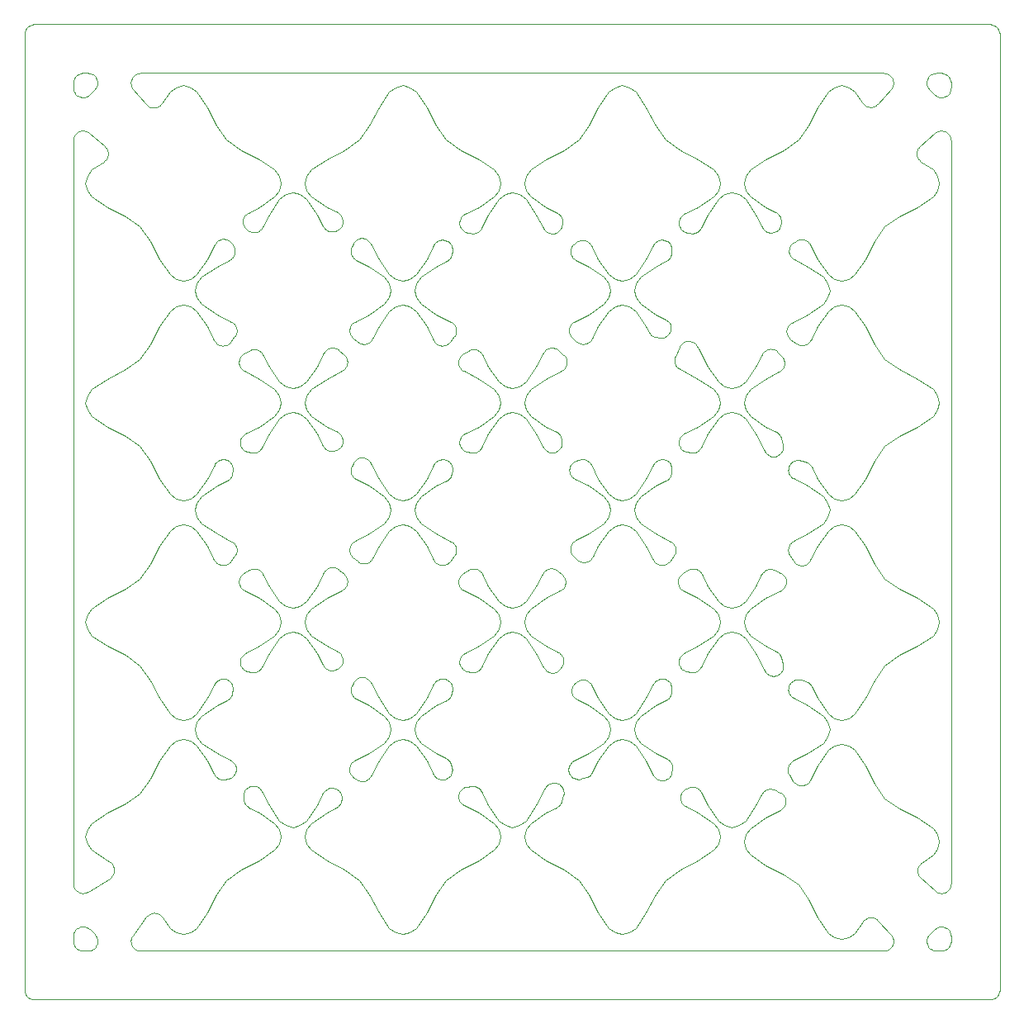
<source format=gko>
%MOIN*%
%OFA0B0*%
%FSLAX44Y44*%
%IPPOS*%
%LPD*%
%ADD10C,0*%
D10*
X00038975Y00000000D02*
X00038975Y00000000D01*
X00039062Y00000008D01*
X00039146Y00000037D01*
X00039220Y00000085D01*
X00039283Y00000147D01*
X00039331Y00000222D01*
X00039359Y00000305D01*
X00039370Y00000393D01*
X00039370Y00038975D01*
X00039359Y00039062D01*
X00039331Y00039146D01*
X00039283Y00039220D01*
X00039220Y00039283D01*
X00039146Y00039331D01*
X00039062Y00039359D01*
X00038975Y00039370D01*
X00000393Y00039370D01*
X00000305Y00039359D01*
X00000222Y00039331D01*
X00000147Y00039283D01*
X00000085Y00039220D01*
X00000037Y00039146D01*
X00000008Y00039062D01*
X00000000Y00038975D01*
X00000000Y00000393D01*
X00000008Y00000305D01*
X00000037Y00000222D01*
X00000085Y00000147D01*
X00000147Y00000085D01*
X00000222Y00000037D01*
X00000305Y00000008D01*
X00000393Y00000000D01*
X00038975Y00000000D01*
X00002361Y00001967D02*
X00002361Y00001967D01*
X00002273Y00001977D01*
X00002190Y00002006D01*
X00002115Y00002054D01*
X00002054Y00002115D01*
X00002006Y00002190D01*
X00001977Y00002273D01*
X00001967Y00002361D01*
X00001967Y00002554D01*
X00001970Y00002601D01*
X00001978Y00002646D01*
X00001992Y00002691D01*
X00002010Y00002733D01*
X00002034Y00002773D01*
X00002062Y00002810D01*
X00002094Y00002843D01*
X00002130Y00002873D01*
X00002169Y00002898D01*
X00002211Y00002918D01*
X00002254Y00002933D01*
X00002300Y00002943D01*
X00002346Y00002948D01*
X00002392Y00002947D01*
X00002438Y00002940D01*
X00002483Y00002929D01*
X00002526Y00002912D01*
X00002567Y00002890D01*
X00002605Y00002863D01*
X00002640Y00002833D01*
X00002833Y00002640D01*
X00002863Y00002605D01*
X00002890Y00002567D01*
X00002912Y00002526D01*
X00002929Y00002483D01*
X00002940Y00002438D01*
X00002947Y00002392D01*
X00002948Y00002346D01*
X00002943Y00002300D01*
X00002933Y00002254D01*
X00002918Y00002211D01*
X00002898Y00002169D01*
X00002873Y00002130D01*
X00002843Y00002094D01*
X00002810Y00002062D01*
X00002773Y00002034D01*
X00002733Y00002010D01*
X00002691Y00001992D01*
X00002646Y00001978D01*
X00002601Y00001970D01*
X00002554Y00001967D01*
X00002361Y00001967D01*
X00026591Y00016518D02*
X00026591Y00016518D01*
X00026591Y00016518D01*
X00026555Y00016539D01*
X00026521Y00016564D01*
X00026490Y00016593D01*
X00026462Y00016624D01*
X00026438Y00016658D01*
X00026417Y00016695D01*
X00026401Y00016734D01*
X00026389Y00016774D01*
X00026381Y00016815D01*
X00026378Y00016857D01*
X00026379Y00016899D01*
X00026384Y00016941D01*
X00026394Y00016981D01*
X00026408Y00017021D01*
X00026427Y00017059D01*
X00026449Y00017094D01*
X00026475Y00017127D01*
X00026504Y00017157D01*
X00026536Y00017184D01*
X00026571Y00017207D01*
X00026793Y00017338D01*
X00026821Y00017353D01*
X00026851Y00017366D01*
X00026881Y00017376D01*
X00026912Y00017384D01*
X00026944Y00017389D01*
X00026976Y00017392D01*
X00027008Y00017392D01*
X00027040Y00017389D01*
X00027071Y00017384D01*
X00027102Y00017377D01*
X00027133Y00017367D01*
X00027162Y00017354D01*
X00027190Y00017339D01*
X00027217Y00017322D01*
X00027243Y00017303D01*
X00027267Y00017281D01*
X00027289Y00017258D01*
X00027309Y00017233D01*
X00027327Y00017207D01*
X00027343Y00017179D01*
X00027591Y00016698D01*
X00028012Y00016081D01*
X00028264Y00015892D01*
X00028556Y00015822D01*
X00028849Y00015892D01*
X00029101Y00016081D01*
X00029522Y00016698D01*
X00029764Y00017167D01*
X00029764Y00017167D01*
X00029779Y00017194D01*
X00029796Y00017219D01*
X00029814Y00017242D01*
X00029835Y00017265D01*
X00029857Y00017285D01*
X00029881Y00017304D01*
X00029906Y00017321D01*
X00029932Y00017336D01*
X00029960Y00017349D01*
X00029988Y00017360D01*
X00030017Y00017368D01*
X00030046Y00017375D01*
X00030076Y00017379D01*
X00030107Y00017381D01*
X00030137Y00017380D01*
X00030167Y00017377D01*
X00030197Y00017372D01*
X00030226Y00017364D01*
X00030255Y00017355D01*
X00030283Y00017343D01*
X00030521Y00017230D01*
X00030560Y00017209D01*
X00030596Y00017184D01*
X00030629Y00017155D01*
X00030658Y00017122D01*
X00030684Y00017087D01*
X00030705Y00017049D01*
X00030723Y00017009D01*
X00030735Y00016967D01*
X00030743Y00016924D01*
X00030746Y00016880D01*
X00030745Y00016837D01*
X00030738Y00016793D01*
X00030727Y00016751D01*
X00030711Y00016710D01*
X00030691Y00016672D01*
X00030666Y00016635D01*
X00030638Y00016602D01*
X00030606Y00016572D01*
X00030571Y00016546D01*
X00030533Y00016524D01*
X00029916Y00016206D01*
X00029299Y00015785D01*
X00029110Y00015533D01*
X00029040Y00015240D01*
X00029110Y00014947D01*
X00029299Y00014695D01*
X00029916Y00014274D01*
X00030352Y00014050D01*
X00030366Y00014042D01*
X00030380Y00014033D01*
X00030394Y00014024D01*
X00030408Y00014015D01*
X00030421Y00014004D01*
X00030433Y00013994D01*
X00030445Y00013982D01*
X00030457Y00013971D01*
X00030468Y00013958D01*
X00030479Y00013946D01*
X00030489Y00013932D01*
X00030498Y00013919D01*
X00030507Y00013905D01*
X00030516Y00013891D01*
X00030523Y00013876D01*
X00030530Y00013861D01*
X00030537Y00013846D01*
X00030543Y00013830D01*
X00030548Y00013815D01*
X00030552Y00013799D01*
X00030616Y00013554D01*
X00030626Y00013498D01*
X00030628Y00013440D01*
X00030622Y00013383D01*
X00030608Y00013328D01*
X00030585Y00013275D01*
X00030555Y00013226D01*
X00030518Y00013182D01*
X00030476Y00013143D01*
X00030428Y00013112D01*
X00030376Y00013087D01*
X00030321Y00013071D01*
X00030264Y00013062D01*
X00030206Y00013062D01*
X00030149Y00013071D01*
X00030094Y00013087D01*
X00030042Y00013112D01*
X00029995Y00013143D01*
X00029952Y00013182D01*
X00029915Y00013226D01*
X00029885Y00013275D01*
X00029522Y00013979D01*
X00029101Y00014595D01*
X00028849Y00014785D01*
X00028556Y00014855D01*
X00028264Y00014785D01*
X00028012Y00014595D01*
X00027591Y00013979D01*
X00027305Y00013425D01*
X00027293Y00013402D01*
X00027279Y00013381D01*
X00027264Y00013361D01*
X00027247Y00013341D01*
X00027230Y00013323D01*
X00027211Y00013306D01*
X00027191Y00013290D01*
X00027170Y00013275D01*
X00027149Y00013262D01*
X00027126Y00013250D01*
X00027103Y00013240D01*
X00027079Y00013231D01*
X00027055Y00013224D01*
X00027030Y00013218D01*
X00027005Y00013214D01*
X00026980Y00013212D01*
X00026954Y00013211D01*
X00026929Y00013212D01*
X00026904Y00013215D01*
X00026879Y00013219D01*
X00026736Y00013247D01*
X00026689Y00013259D01*
X00026644Y00013277D01*
X00026601Y00013301D01*
X00026562Y00013329D01*
X00026526Y00013362D01*
X00026495Y00013400D01*
X00026469Y00013441D01*
X00026448Y00013484D01*
X00026432Y00013530D01*
X00026422Y00013578D01*
X00026419Y00013627D01*
X00026421Y00013675D01*
X00026429Y00013723D01*
X00026443Y00013770D01*
X00026463Y00013814D01*
X00026488Y00013856D01*
X00026517Y00013894D01*
X00026552Y00013928D01*
X00026590Y00013958D01*
X00026632Y00013983D01*
X00027197Y00014274D01*
X00027813Y00014695D01*
X00028003Y00014947D01*
X00028073Y00015240D01*
X00028003Y00015533D01*
X00027813Y00015785D01*
X00027197Y00016206D01*
X00026591Y00016518D01*
X00026410Y00025479D02*
X00026410Y00025479D01*
X00026388Y00025495D01*
X00026367Y00025513D01*
X00026348Y00025532D01*
X00026330Y00025552D01*
X00026313Y00025574D01*
X00026298Y00025596D01*
X00026284Y00025620D01*
X00026272Y00025645D01*
X00026262Y00025670D01*
X00026254Y00025696D01*
X00026247Y00025722D01*
X00026242Y00025749D01*
X00026239Y00025776D01*
X00026238Y00025803D01*
X00026239Y00025831D01*
X00026242Y00025858D01*
X00026247Y00025885D01*
X00026253Y00025911D01*
X00026261Y00025937D01*
X00026271Y00025962D01*
X00026441Y00026350D01*
X00026460Y00026387D01*
X00026483Y00026423D01*
X00026509Y00026455D01*
X00026539Y00026485D01*
X00026571Y00026511D01*
X00026606Y00026534D01*
X00026644Y00026553D01*
X00026683Y00026568D01*
X00026724Y00026578D01*
X00026765Y00026584D01*
X00026807Y00026586D01*
X00026849Y00026583D01*
X00026890Y00026576D01*
X00026931Y00026564D01*
X00026969Y00026548D01*
X00027006Y00026529D01*
X00027041Y00026505D01*
X00027073Y00026478D01*
X00027102Y00026447D01*
X00027127Y00026414D01*
X00027216Y00026284D01*
X00027591Y00025556D01*
X00028012Y00024940D01*
X00028264Y00024750D01*
X00028556Y00024680D01*
X00028849Y00024750D01*
X00029101Y00024940D01*
X00029522Y00025556D01*
X00029778Y00026053D01*
X00029797Y00026086D01*
X00029820Y00026117D01*
X00029845Y00026146D01*
X00029873Y00026172D01*
X00029903Y00026196D01*
X00029935Y00026216D01*
X00029970Y00026233D01*
X00030006Y00026247D01*
X00030042Y00026257D01*
X00030080Y00026263D01*
X00030118Y00026266D01*
X00030157Y00026265D01*
X00030195Y00026261D01*
X00030232Y00026252D01*
X00030268Y00026240D01*
X00030304Y00026225D01*
X00030337Y00026206D01*
X00030368Y00026184D01*
X00030398Y00026160D01*
X00030424Y00026132D01*
X00030579Y00025956D01*
X00030601Y00025928D01*
X00030621Y00025898D01*
X00030638Y00025866D01*
X00030652Y00025834D01*
X00030663Y00025800D01*
X00030671Y00025765D01*
X00030675Y00025729D01*
X00030677Y00025694D01*
X00030675Y00025658D01*
X00030670Y00025623D01*
X00030661Y00025588D01*
X00030650Y00025554D01*
X00030636Y00025521D01*
X00030618Y00025490D01*
X00030598Y00025460D01*
X00030576Y00025433D01*
X00030551Y00025407D01*
X00030523Y00025384D01*
X00030494Y00025364D01*
X00030463Y00025346D01*
X00029916Y00025064D01*
X00029299Y00024643D01*
X00029110Y00024391D01*
X00029040Y00024098D01*
X00029110Y00023806D01*
X00029299Y00023554D01*
X00029916Y00023132D01*
X00030352Y00022908D01*
X00030366Y00022900D01*
X00030380Y00022892D01*
X00030394Y00022882D01*
X00030408Y00022873D01*
X00030421Y00022863D01*
X00030433Y00022852D01*
X00030445Y00022841D01*
X00030457Y00022829D01*
X00030468Y00022817D01*
X00030479Y00022804D01*
X00030489Y00022791D01*
X00030498Y00022777D01*
X00030507Y00022763D01*
X00030516Y00022749D01*
X00030523Y00022734D01*
X00030530Y00022719D01*
X00030537Y00022704D01*
X00030543Y00022689D01*
X00030548Y00022673D01*
X00030552Y00022657D01*
X00030616Y00022412D01*
X00030626Y00022356D01*
X00030628Y00022298D01*
X00030622Y00022241D01*
X00030608Y00022186D01*
X00030585Y00022133D01*
X00030555Y00022084D01*
X00030518Y00022040D01*
X00030476Y00022002D01*
X00030428Y00021970D01*
X00030376Y00021945D01*
X00030321Y00021929D01*
X00030264Y00021921D01*
X00030206Y00021921D01*
X00030149Y00021929D01*
X00030094Y00021945D01*
X00030042Y00021970D01*
X00029995Y00022002D01*
X00029952Y00022040D01*
X00029915Y00022084D01*
X00029885Y00022133D01*
X00029522Y00022837D01*
X00029101Y00023454D01*
X00028849Y00023643D01*
X00028556Y00023713D01*
X00028264Y00023643D01*
X00028012Y00023454D01*
X00027591Y00022837D01*
X00027305Y00022283D01*
X00027293Y00022261D01*
X00027279Y00022239D01*
X00027264Y00022219D01*
X00027247Y00022200D01*
X00027230Y00022181D01*
X00027211Y00022164D01*
X00027191Y00022148D01*
X00027170Y00022134D01*
X00027149Y00022120D01*
X00027126Y00022109D01*
X00027103Y00022098D01*
X00027079Y00022090D01*
X00027055Y00022082D01*
X00027030Y00022077D01*
X00027005Y00022073D01*
X00026980Y00022070D01*
X00026954Y00022069D01*
X00026929Y00022070D01*
X00026904Y00022073D01*
X00026879Y00022077D01*
X00026736Y00022105D01*
X00026689Y00022117D01*
X00026644Y00022136D01*
X00026601Y00022159D01*
X00026562Y00022188D01*
X00026526Y00022221D01*
X00026495Y00022258D01*
X00026469Y00022299D01*
X00026448Y00022343D01*
X00026432Y00022389D01*
X00026422Y00022436D01*
X00026419Y00022485D01*
X00026421Y00022533D01*
X00026429Y00022581D01*
X00026443Y00022628D01*
X00026463Y00022672D01*
X00026488Y00022714D01*
X00026517Y00022752D01*
X00026552Y00022787D01*
X00026590Y00022816D01*
X00026632Y00022841D01*
X00027197Y00023132D01*
X00027813Y00023554D01*
X00028003Y00023806D01*
X00028073Y00024098D01*
X00028003Y00024391D01*
X00027813Y00024643D01*
X00027197Y00025064D01*
X00026469Y00025439D01*
X00026410Y00025479D01*
X00022300Y00012116D02*
X00022300Y00012116D01*
X00022268Y00012134D01*
X00022238Y00012155D01*
X00022211Y00012179D01*
X00022186Y00012205D01*
X00022163Y00012233D01*
X00022143Y00012263D01*
X00022125Y00012295D01*
X00022111Y00012329D01*
X00022100Y00012363D01*
X00022092Y00012398D01*
X00022087Y00012434D01*
X00022086Y00012471D01*
X00022088Y00012507D01*
X00022094Y00012543D01*
X00022102Y00012578D01*
X00022114Y00012612D01*
X00022129Y00012645D01*
X00022147Y00012677D01*
X00022168Y00012707D01*
X00022191Y00012734D01*
X00022247Y00012794D01*
X00022274Y00012820D01*
X00022303Y00012844D01*
X00022335Y00012865D01*
X00022368Y00012882D01*
X00022403Y00012897D01*
X00022439Y00012908D01*
X00022476Y00012915D01*
X00022514Y00012919D01*
X00022551Y00012919D01*
X00022589Y00012916D01*
X00022626Y00012909D01*
X00022662Y00012899D01*
X00022697Y00012885D01*
X00022731Y00012868D01*
X00022763Y00012847D01*
X00022792Y00012824D01*
X00022820Y00012798D01*
X00022845Y00012770D01*
X00022866Y00012739D01*
X00022885Y00012706D01*
X00023161Y00012170D01*
X00023583Y00011554D01*
X00023835Y00011364D01*
X00024127Y00011294D01*
X00024420Y00011364D01*
X00024672Y00011554D01*
X00025093Y00012170D01*
X00025386Y00012738D01*
X00025414Y00012786D01*
X00025449Y00012828D01*
X00025490Y00012866D01*
X00025536Y00012897D01*
X00025585Y00012922D01*
X00025638Y00012939D01*
X00025692Y00012949D01*
X00025747Y00012952D01*
X00025802Y00012946D01*
X00025856Y00012933D01*
X00025907Y00012912D01*
X00025955Y00012885D01*
X00025999Y00012851D01*
X00026037Y00012811D01*
X00026070Y00012766D01*
X00026096Y00012717D01*
X00026114Y00012665D01*
X00026126Y00012611D01*
X00026129Y00012556D01*
X00026125Y00012501D01*
X00026107Y00012380D01*
X00026104Y00012362D01*
X00026100Y00012343D01*
X00026095Y00012325D01*
X00026090Y00012307D01*
X00026083Y00012290D01*
X00026076Y00012273D01*
X00026068Y00012256D01*
X00026059Y00012240D01*
X00026049Y00012224D01*
X00026038Y00012208D01*
X00026027Y00012193D01*
X00026015Y00012179D01*
X00026003Y00012165D01*
X00025989Y00012152D01*
X00025975Y00012139D01*
X00025961Y00012127D01*
X00025946Y00012116D01*
X00025931Y00012106D01*
X00025915Y00012096D01*
X00025898Y00012087D01*
X00025898Y00012087D01*
X00025487Y00011875D01*
X00024870Y00011454D01*
X00024681Y00011202D01*
X00024610Y00010909D01*
X00024681Y00010617D01*
X00024870Y00010365D01*
X00025487Y00009943D01*
X00025946Y00009707D01*
X00025946Y00009707D01*
X00025968Y00009695D01*
X00025989Y00009681D01*
X00026009Y00009666D01*
X00026028Y00009650D01*
X00026046Y00009633D01*
X00026063Y00009614D01*
X00026079Y00009595D01*
X00026094Y00009574D01*
X00026107Y00009553D01*
X00026119Y00009530D01*
X00026129Y00009507D01*
X00026138Y00009484D01*
X00026145Y00009460D01*
X00026151Y00009435D01*
X00026155Y00009410D01*
X00026158Y00009385D01*
X00026159Y00009360D01*
X00026158Y00009335D01*
X00026156Y00009310D01*
X00026152Y00009285D01*
X00026131Y00009172D01*
X00026119Y00009125D01*
X00026102Y00009079D01*
X00026079Y00009036D01*
X00026050Y00008996D01*
X00026017Y00008960D01*
X00025980Y00008929D01*
X00025939Y00008902D01*
X00025895Y00008880D01*
X00025849Y00008865D01*
X00025801Y00008854D01*
X00025753Y00008850D01*
X00025704Y00008852D01*
X00025656Y00008860D01*
X00025609Y00008874D01*
X00025564Y00008894D01*
X00025522Y00008919D01*
X00025484Y00008949D01*
X00025449Y00008983D01*
X00025419Y00009022D01*
X00025394Y00009064D01*
X00025093Y00009648D01*
X00024672Y00010265D01*
X00024420Y00010454D01*
X00024127Y00010524D01*
X00023835Y00010454D01*
X00023583Y00010265D01*
X00023161Y00009648D01*
X00022913Y00009167D01*
X00022906Y00009152D01*
X00022897Y00009138D01*
X00022889Y00009125D01*
X00022879Y00009112D01*
X00022869Y00009099D01*
X00022859Y00009087D01*
X00022848Y00009075D01*
X00022837Y00009064D01*
X00022825Y00009053D01*
X00022813Y00009042D01*
X00022800Y00009032D01*
X00022787Y00009023D01*
X00022773Y00009014D01*
X00022760Y00009006D01*
X00022746Y00008998D01*
X00022731Y00008991D01*
X00022716Y00008984D01*
X00022701Y00008978D01*
X00022686Y00008973D01*
X00022671Y00008968D01*
X00022461Y00008909D01*
X00022405Y00008897D01*
X00022347Y00008894D01*
X00022289Y00008899D01*
X00022233Y00008913D01*
X00022179Y00008934D01*
X00022130Y00008964D01*
X00022084Y00009000D01*
X00022045Y00009043D01*
X00022013Y00009091D01*
X00021988Y00009143D01*
X00021970Y00009198D01*
X00021961Y00009255D01*
X00021961Y00009313D01*
X00021969Y00009370D01*
X00021985Y00009426D01*
X00022010Y00009478D01*
X00022041Y00009527D01*
X00022080Y00009570D01*
X00022124Y00009607D01*
X00022174Y00009637D01*
X00022768Y00009943D01*
X00023384Y00010365D01*
X00023574Y00010617D01*
X00023644Y00010909D01*
X00023574Y00011202D01*
X00023384Y00011454D01*
X00022768Y00011875D01*
X00022300Y00012116D01*
X00022207Y00021022D02*
X00022207Y00021022D01*
X00022207Y00021022D01*
X00022168Y00021046D01*
X00022131Y00021073D01*
X00022098Y00021105D01*
X00022069Y00021140D01*
X00022045Y00021178D01*
X00022024Y00021219D01*
X00022009Y00021262D01*
X00021999Y00021307D01*
X00021994Y00021352D01*
X00021994Y00021398D01*
X00022000Y00021443D01*
X00022011Y00021488D01*
X00022027Y00021531D01*
X00022047Y00021571D01*
X00022073Y00021609D01*
X00022102Y00021644D01*
X00022136Y00021675D01*
X00022173Y00021702D01*
X00022212Y00021725D01*
X00022254Y00021743D01*
X00022384Y00021790D01*
X00022411Y00021798D01*
X00022439Y00021805D01*
X00022467Y00021809D01*
X00022495Y00021812D01*
X00022523Y00021813D01*
X00022552Y00021811D01*
X00022580Y00021808D01*
X00022608Y00021802D01*
X00022635Y00021795D01*
X00022662Y00021785D01*
X00022688Y00021774D01*
X00022713Y00021761D01*
X00022737Y00021746D01*
X00022760Y00021729D01*
X00022781Y00021711D01*
X00022802Y00021691D01*
X00022821Y00021670D01*
X00022838Y00021648D01*
X00022854Y00021624D01*
X00022867Y00021599D01*
X00023161Y00021029D01*
X00023583Y00020412D01*
X00023835Y00020222D01*
X00024127Y00020152D01*
X00024420Y00020222D01*
X00024672Y00020412D01*
X00025093Y00021029D01*
X00025386Y00021597D01*
X00025386Y00021597D01*
X00025414Y00021644D01*
X00025449Y00021687D01*
X00025490Y00021724D01*
X00025536Y00021755D01*
X00025585Y00021780D01*
X00025638Y00021798D01*
X00025692Y00021808D01*
X00025747Y00021810D01*
X00025802Y00021804D01*
X00025856Y00021791D01*
X00025907Y00021771D01*
X00025955Y00021743D01*
X00025999Y00021709D01*
X00026037Y00021669D01*
X00026070Y00021624D01*
X00026096Y00021576D01*
X00026114Y00021524D01*
X00026126Y00021469D01*
X00026129Y00021414D01*
X00026125Y00021359D01*
X00026107Y00021238D01*
X00026104Y00021220D01*
X00026100Y00021202D01*
X00026095Y00021184D01*
X00026090Y00021166D01*
X00026083Y00021148D01*
X00026076Y00021131D01*
X00026068Y00021114D01*
X00026059Y00021098D01*
X00026049Y00021082D01*
X00026038Y00021066D01*
X00026027Y00021052D01*
X00026015Y00021037D01*
X00026003Y00021023D01*
X00025989Y00021010D01*
X00025975Y00020998D01*
X00025961Y00020986D01*
X00025946Y00020975D01*
X00025931Y00020964D01*
X00025915Y00020954D01*
X00025898Y00020945D01*
X00025487Y00020733D01*
X00024870Y00020312D01*
X00024681Y00020060D01*
X00024610Y00019768D01*
X00024681Y00019475D01*
X00024870Y00019223D01*
X00025487Y00018802D01*
X00026077Y00018498D01*
X00026107Y00018481D01*
X00026135Y00018461D01*
X00026162Y00018439D01*
X00026186Y00018415D01*
X00026208Y00018388D01*
X00026228Y00018360D01*
X00026245Y00018330D01*
X00026260Y00018299D01*
X00026272Y00018267D01*
X00026281Y00018233D01*
X00026287Y00018200D01*
X00026290Y00018165D01*
X00026290Y00018131D01*
X00026287Y00018096D01*
X00026281Y00018062D01*
X00026272Y00018029D01*
X00026260Y00017997D01*
X00026246Y00017966D01*
X00026228Y00017936D01*
X00026209Y00017908D01*
X00026043Y00017692D01*
X00026017Y00017662D01*
X00025988Y00017634D01*
X00025957Y00017610D01*
X00025924Y00017589D01*
X00025888Y00017571D01*
X00025851Y00017557D01*
X00025813Y00017547D01*
X00025774Y00017541D01*
X00025735Y00017538D01*
X00025695Y00017540D01*
X00025656Y00017545D01*
X00025618Y00017555D01*
X00025580Y00017568D01*
X00025545Y00017585D01*
X00025511Y00017605D01*
X00025479Y00017629D01*
X00025450Y00017656D01*
X00025424Y00017685D01*
X00025400Y00017717D01*
X00025381Y00017752D01*
X00025093Y00018310D01*
X00024672Y00018926D01*
X00024420Y00019116D01*
X00024127Y00019186D01*
X00023835Y00019116D01*
X00023583Y00018926D01*
X00023161Y00018310D01*
X00022933Y00017867D01*
X00022915Y00017836D01*
X00022895Y00017807D01*
X00022872Y00017779D01*
X00022846Y00017754D01*
X00022819Y00017732D01*
X00022789Y00017712D01*
X00022758Y00017694D01*
X00022725Y00017680D01*
X00022692Y00017668D01*
X00022657Y00017660D01*
X00022622Y00017655D01*
X00022586Y00017653D01*
X00022550Y00017655D01*
X00022515Y00017659D01*
X00022480Y00017667D01*
X00022446Y00017678D01*
X00022413Y00017692D01*
X00022382Y00017709D01*
X00022352Y00017728D01*
X00022324Y00017751D01*
X00022168Y00017887D01*
X00022140Y00017914D01*
X00022116Y00017943D01*
X00022094Y00017974D01*
X00022075Y00018008D01*
X00022060Y00018043D01*
X00022048Y00018079D01*
X00022039Y00018117D01*
X00022035Y00018155D01*
X00022034Y00018193D01*
X00022036Y00018231D01*
X00022043Y00018269D01*
X00022053Y00018306D01*
X00022067Y00018342D01*
X00022084Y00018376D01*
X00022104Y00018408D01*
X00022128Y00018439D01*
X00022154Y00018467D01*
X00022183Y00018492D01*
X00022214Y00018514D01*
X00022247Y00018533D01*
X00022768Y00018802D01*
X00023384Y00019223D01*
X00023574Y00019475D01*
X00023644Y00019768D01*
X00023574Y00020060D01*
X00023384Y00020312D01*
X00022768Y00020733D01*
X00022207Y00021022D01*
X00022255Y00029856D02*
X00022255Y00029856D01*
X00022218Y00029877D01*
X00022185Y00029902D01*
X00022154Y00029931D01*
X00022126Y00029962D01*
X00022102Y00029996D01*
X00022081Y00030033D01*
X00022065Y00030072D01*
X00022053Y00030112D01*
X00022045Y00030153D01*
X00022041Y00030195D01*
X00022043Y00030237D01*
X00022048Y00030279D01*
X00022058Y00030320D01*
X00022072Y00030359D01*
X00022091Y00030397D01*
X00022113Y00030433D01*
X00022139Y00030466D01*
X00022168Y00030496D01*
X00022201Y00030523D01*
X00022236Y00030546D01*
X00022328Y00030599D01*
X00022356Y00030614D01*
X00022385Y00030627D01*
X00022415Y00030637D01*
X00022446Y00030645D01*
X00022478Y00030650D01*
X00022510Y00030653D01*
X00022542Y00030653D01*
X00022574Y00030650D01*
X00022605Y00030645D01*
X00022636Y00030638D01*
X00022667Y00030628D01*
X00022696Y00030615D01*
X00022724Y00030600D01*
X00022751Y00030583D01*
X00022777Y00030564D01*
X00022801Y00030542D01*
X00022823Y00030519D01*
X00022843Y00030494D01*
X00022861Y00030468D01*
X00022877Y00030440D01*
X00023161Y00029887D01*
X00023583Y00029270D01*
X00023835Y00029081D01*
X00024127Y00029011D01*
X00024420Y00029081D01*
X00024672Y00029270D01*
X00025093Y00029887D01*
X00025386Y00030455D01*
X00025414Y00030502D01*
X00025449Y00030545D01*
X00025490Y00030582D01*
X00025536Y00030614D01*
X00025585Y00030638D01*
X00025638Y00030656D01*
X00025692Y00030666D01*
X00025747Y00030668D01*
X00025802Y00030663D01*
X00025856Y00030649D01*
X00025907Y00030629D01*
X00025955Y00030601D01*
X00025999Y00030567D01*
X00026037Y00030527D01*
X00026070Y00030483D01*
X00026096Y00030434D01*
X00026114Y00030382D01*
X00026126Y00030328D01*
X00026129Y00030273D01*
X00026125Y00030217D01*
X00026107Y00030096D01*
X00026104Y00030078D01*
X00026100Y00030060D01*
X00026095Y00030042D01*
X00026090Y00030024D01*
X00026083Y00030006D01*
X00026076Y00029989D01*
X00026068Y00029973D01*
X00026059Y00029956D01*
X00026049Y00029940D01*
X00026038Y00029925D01*
X00026027Y00029910D01*
X00026015Y00029895D01*
X00026003Y00029882D01*
X00025989Y00029868D01*
X00025975Y00029856D01*
X00025961Y00029844D01*
X00025946Y00029833D01*
X00025931Y00029822D01*
X00025915Y00029813D01*
X00025898Y00029804D01*
X00025487Y00029592D01*
X00024870Y00029170D01*
X00024681Y00028918D01*
X00024610Y00028626D01*
X00024681Y00028333D01*
X00024870Y00028081D01*
X00025487Y00027660D01*
X00025884Y00027456D01*
X00025931Y00027427D01*
X00025974Y00027392D01*
X00026011Y00027351D01*
X00026043Y00027305D01*
X00026067Y00027255D01*
X00026085Y00027203D01*
X00026095Y00027148D01*
X00026097Y00027093D01*
X00026091Y00027038D01*
X00026078Y00026984D01*
X00026057Y00026933D01*
X00026029Y00026885D01*
X00025995Y00026841D01*
X00025955Y00026803D01*
X00025910Y00026770D01*
X00025861Y00026745D01*
X00025808Y00026726D01*
X00025754Y00026715D01*
X00025699Y00026712D01*
X00025643Y00026716D01*
X00025497Y00026739D01*
X00025478Y00026742D01*
X00025460Y00026746D01*
X00025443Y00026751D01*
X00025425Y00026757D01*
X00025408Y00026764D01*
X00025391Y00026771D01*
X00025374Y00026779D01*
X00025358Y00026788D01*
X00025342Y00026798D01*
X00025327Y00026809D01*
X00025312Y00026820D01*
X00025297Y00026832D01*
X00025284Y00026844D01*
X00025271Y00026857D01*
X00025258Y00026871D01*
X00025247Y00026885D01*
X00025235Y00026900D01*
X00025225Y00026916D01*
X00025215Y00026932D01*
X00025207Y00026948D01*
X00025093Y00027168D01*
X00024672Y00027784D01*
X00024420Y00027974D01*
X00024127Y00028044D01*
X00023835Y00027974D01*
X00023583Y00027784D01*
X00023161Y00027168D01*
X00022908Y00026676D01*
X00022890Y00026645D01*
X00022870Y00026615D01*
X00022846Y00026588D01*
X00022821Y00026563D01*
X00022793Y00026540D01*
X00022764Y00026520D01*
X00022732Y00026503D01*
X00022700Y00026489D01*
X00022666Y00026477D01*
X00022631Y00026469D01*
X00022596Y00026464D01*
X00022560Y00026462D01*
X00022524Y00026464D01*
X00022489Y00026468D01*
X00022454Y00026476D01*
X00022420Y00026487D01*
X00022387Y00026501D01*
X00022356Y00026518D01*
X00022326Y00026538D01*
X00022298Y00026560D01*
X00022116Y00026720D01*
X00022089Y00026746D01*
X00022064Y00026776D01*
X00022042Y00026807D01*
X00022024Y00026841D01*
X00022008Y00026876D01*
X00021997Y00026912D01*
X00021988Y00026949D01*
X00021984Y00026987D01*
X00021983Y00027026D01*
X00021986Y00027064D01*
X00021992Y00027101D01*
X00022002Y00027138D01*
X00022016Y00027174D01*
X00022033Y00027208D01*
X00022054Y00027241D01*
X00022077Y00027271D01*
X00022103Y00027299D01*
X00022132Y00027324D01*
X00022163Y00027346D01*
X00022196Y00027365D01*
X00022768Y00027660D01*
X00023384Y00028081D01*
X00023574Y00028333D01*
X00023644Y00028626D01*
X00023574Y00028918D01*
X00023384Y00029170D01*
X00022768Y00029592D01*
X00022255Y00029856D01*
X00017733Y00016518D02*
X00017733Y00016518D01*
X00017733Y00016518D01*
X00017696Y00016539D01*
X00017663Y00016564D01*
X00017632Y00016593D01*
X00017604Y00016624D01*
X00017580Y00016658D01*
X00017559Y00016695D01*
X00017543Y00016734D01*
X00017531Y00016774D01*
X00017523Y00016815D01*
X00017519Y00016857D01*
X00017520Y00016899D01*
X00017526Y00016941D01*
X00017536Y00016981D01*
X00017550Y00017021D01*
X00017568Y00017059D01*
X00017591Y00017094D01*
X00017617Y00017127D01*
X00017646Y00017157D01*
X00017678Y00017184D01*
X00017713Y00017207D01*
X00017935Y00017338D01*
X00017963Y00017353D01*
X00017992Y00017366D01*
X00018023Y00017376D01*
X00018054Y00017384D01*
X00018085Y00017389D01*
X00018117Y00017392D01*
X00018149Y00017392D01*
X00018181Y00017389D01*
X00018213Y00017384D01*
X00018244Y00017377D01*
X00018274Y00017367D01*
X00018304Y00017354D01*
X00018332Y00017339D01*
X00018359Y00017322D01*
X00018385Y00017303D01*
X00018409Y00017281D01*
X00018431Y00017258D01*
X00018451Y00017233D01*
X00018469Y00017207D01*
X00018485Y00017179D01*
X00018732Y00016698D01*
X00019154Y00016081D01*
X00019406Y00015892D01*
X00019698Y00015822D01*
X00019991Y00015892D01*
X00020243Y00016081D01*
X00020664Y00016698D01*
X00020918Y00017190D01*
X00020936Y00017222D01*
X00020956Y00017251D01*
X00020979Y00017278D01*
X00021005Y00017303D01*
X00021033Y00017326D01*
X00021063Y00017346D01*
X00021094Y00017364D01*
X00021127Y00017378D01*
X00021161Y00017389D01*
X00021196Y00017397D01*
X00021232Y00017402D01*
X00021267Y00017404D01*
X00021303Y00017402D01*
X00021339Y00017397D01*
X00021374Y00017389D01*
X00021408Y00017378D01*
X00021441Y00017364D01*
X00021472Y00017347D01*
X00021502Y00017327D01*
X00021530Y00017304D01*
X00021710Y00017143D01*
X00021737Y00017117D01*
X00021761Y00017087D01*
X00021783Y00017056D01*
X00021801Y00017022D01*
X00021816Y00016987D01*
X00021828Y00016951D01*
X00021836Y00016914D01*
X00021840Y00016876D01*
X00021841Y00016838D01*
X00021838Y00016800D01*
X00021832Y00016762D01*
X00021821Y00016726D01*
X00021808Y00016690D01*
X00021790Y00016656D01*
X00021770Y00016624D01*
X00021747Y00016594D01*
X00021721Y00016566D01*
X00021692Y00016541D01*
X00021661Y00016519D01*
X00021628Y00016500D01*
X00021058Y00016206D01*
X00020441Y00015785D01*
X00020251Y00015533D01*
X00020181Y00015240D01*
X00020251Y00014947D01*
X00020441Y00014695D01*
X00021058Y00014274D01*
X00021549Y00014021D01*
X00021578Y00014005D01*
X00021605Y00013986D01*
X00021631Y00013965D01*
X00021654Y00013942D01*
X00021676Y00013917D01*
X00021696Y00013890D01*
X00021713Y00013862D01*
X00021728Y00013833D01*
X00021740Y00013802D01*
X00021750Y00013770D01*
X00021757Y00013738D01*
X00021761Y00013705D01*
X00021762Y00013672D01*
X00021761Y00013639D01*
X00021757Y00013606D01*
X00021750Y00013574D01*
X00021741Y00013542D01*
X00021729Y00013511D01*
X00021714Y00013482D01*
X00021697Y00013453D01*
X00021639Y00013366D01*
X00021614Y00013333D01*
X00021587Y00013303D01*
X00021556Y00013276D01*
X00021523Y00013252D01*
X00021487Y00013231D01*
X00021450Y00013215D01*
X00021411Y00013203D01*
X00021371Y00013194D01*
X00021330Y00013190D01*
X00021289Y00013190D01*
X00021248Y00013195D01*
X00021208Y00013203D01*
X00021169Y00013216D01*
X00021132Y00013233D01*
X00021096Y00013253D01*
X00021063Y00013277D01*
X00021033Y00013304D01*
X00021005Y00013335D01*
X00020981Y00013368D01*
X00020961Y00013403D01*
X00020664Y00013979D01*
X00020243Y00014595D01*
X00019991Y00014785D01*
X00019698Y00014855D01*
X00019406Y00014785D01*
X00019154Y00014595D01*
X00018732Y00013979D01*
X00018447Y00013425D01*
X00018434Y00013402D01*
X00018421Y00013381D01*
X00018406Y00013361D01*
X00018389Y00013341D01*
X00018372Y00013323D01*
X00018353Y00013306D01*
X00018333Y00013290D01*
X00018312Y00013275D01*
X00018290Y00013262D01*
X00018268Y00013250D01*
X00018245Y00013240D01*
X00018221Y00013231D01*
X00018197Y00013224D01*
X00018172Y00013218D01*
X00018147Y00013214D01*
X00018121Y00013212D01*
X00018096Y00013211D01*
X00018071Y00013212D01*
X00018045Y00013215D01*
X00018020Y00013219D01*
X00017878Y00013247D01*
X00017831Y00013259D01*
X00017786Y00013277D01*
X00017743Y00013301D01*
X00017704Y00013329D01*
X00017668Y00013362D01*
X00017637Y00013400D01*
X00017611Y00013441D01*
X00017589Y00013484D01*
X00017574Y00013530D01*
X00017564Y00013578D01*
X00017560Y00013627D01*
X00017563Y00013675D01*
X00017571Y00013723D01*
X00017585Y00013770D01*
X00017604Y00013814D01*
X00017629Y00013856D01*
X00017659Y00013894D01*
X00017694Y00013928D01*
X00017732Y00013958D01*
X00017774Y00013983D01*
X00018339Y00014274D01*
X00018955Y00014695D01*
X00019145Y00014947D01*
X00019215Y00015240D01*
X00019145Y00015533D01*
X00018955Y00015785D01*
X00018339Y00016206D01*
X00017733Y00016518D01*
X00017733Y00025376D02*
X00017733Y00025376D01*
X00017696Y00025398D01*
X00017663Y00025422D01*
X00017632Y00025451D01*
X00017604Y00025482D01*
X00017580Y00025517D01*
X00017559Y00025553D01*
X00017543Y00025592D01*
X00017531Y00025632D01*
X00017523Y00025673D01*
X00017519Y00025715D01*
X00017520Y00025757D01*
X00017526Y00025799D01*
X00017536Y00025840D01*
X00017550Y00025879D01*
X00017568Y00025917D01*
X00017591Y00025953D01*
X00017617Y00025986D01*
X00017646Y00026016D01*
X00017678Y00026042D01*
X00017713Y00026066D01*
X00017935Y00026196D01*
X00017963Y00026211D01*
X00017992Y00026224D01*
X00018023Y00026234D01*
X00018054Y00026242D01*
X00018085Y00026247D01*
X00018117Y00026250D01*
X00018149Y00026250D01*
X00018181Y00026248D01*
X00018213Y00026243D01*
X00018244Y00026235D01*
X00018274Y00026225D01*
X00018304Y00026212D01*
X00018332Y00026197D01*
X00018359Y00026180D01*
X00018385Y00026161D01*
X00018409Y00026139D01*
X00018431Y00026116D01*
X00018451Y00026091D01*
X00018469Y00026065D01*
X00018485Y00026037D01*
X00018732Y00025556D01*
X00019154Y00024940D01*
X00019406Y00024750D01*
X00019698Y00024680D01*
X00019991Y00024750D01*
X00020243Y00024940D01*
X00020664Y00025556D01*
X00020944Y00026099D01*
X00020962Y00026130D01*
X00020982Y00026160D01*
X00021005Y00026187D01*
X00021031Y00026212D01*
X00021059Y00026235D01*
X00021089Y00026255D01*
X00021120Y00026272D01*
X00021153Y00026286D01*
X00021187Y00026298D01*
X00021222Y00026306D01*
X00021258Y00026311D01*
X00021294Y00026312D01*
X00021329Y00026311D01*
X00021365Y00026306D01*
X00021400Y00026298D01*
X00021434Y00026286D01*
X00021467Y00026272D01*
X00021499Y00026255D01*
X00021528Y00026235D01*
X00021556Y00026212D01*
X00021762Y00026028D01*
X00021789Y00026001D01*
X00021813Y00025972D01*
X00021835Y00025941D01*
X00021853Y00025907D01*
X00021868Y00025872D01*
X00021880Y00025836D01*
X00021888Y00025799D01*
X00021892Y00025761D01*
X00021893Y00025723D01*
X00021890Y00025685D01*
X00021883Y00025647D01*
X00021873Y00025610D01*
X00021859Y00025575D01*
X00021842Y00025541D01*
X00021822Y00025509D01*
X00021799Y00025479D01*
X00021772Y00025451D01*
X00021744Y00025426D01*
X00021713Y00025404D01*
X00021680Y00025385D01*
X00021058Y00025064D01*
X00020441Y00024643D01*
X00020251Y00024391D01*
X00020181Y00024098D01*
X00020251Y00023806D01*
X00020441Y00023554D01*
X00021058Y00023132D01*
X00021467Y00022921D01*
X00021485Y00022912D01*
X00021502Y00022901D01*
X00021519Y00022890D01*
X00021534Y00022878D01*
X00021550Y00022865D01*
X00021564Y00022851D01*
X00021578Y00022837D01*
X00021591Y00022822D01*
X00021603Y00022806D01*
X00021615Y00022789D01*
X00021626Y00022773D01*
X00021635Y00022755D01*
X00021644Y00022737D01*
X00021652Y00022719D01*
X00021659Y00022700D01*
X00021665Y00022681D01*
X00021670Y00022662D01*
X00021674Y00022642D01*
X00021678Y00022622D01*
X00021680Y00022603D01*
X00021688Y00022503D01*
X00021688Y00022449D01*
X00021681Y00022395D01*
X00021667Y00022343D01*
X00021646Y00022294D01*
X00021619Y00022247D01*
X00021585Y00022205D01*
X00021546Y00022168D01*
X00021502Y00022136D01*
X00021454Y00022111D01*
X00021403Y00022093D01*
X00021350Y00022082D01*
X00021296Y00022078D01*
X00021243Y00022081D01*
X00021190Y00022092D01*
X00021139Y00022110D01*
X00021091Y00022135D01*
X00021047Y00022166D01*
X00021007Y00022203D01*
X00020973Y00022245D01*
X00020945Y00022291D01*
X00020664Y00022837D01*
X00020243Y00023454D01*
X00019991Y00023643D01*
X00019698Y00023713D01*
X00019406Y00023643D01*
X00019154Y00023454D01*
X00018732Y00022837D01*
X00018447Y00022283D01*
X00018434Y00022261D01*
X00018421Y00022239D01*
X00018406Y00022219D01*
X00018389Y00022200D01*
X00018372Y00022181D01*
X00018353Y00022164D01*
X00018333Y00022148D01*
X00018312Y00022134D01*
X00018290Y00022120D01*
X00018268Y00022109D01*
X00018245Y00022098D01*
X00018221Y00022090D01*
X00018197Y00022082D01*
X00018172Y00022077D01*
X00018147Y00022073D01*
X00018121Y00022070D01*
X00018096Y00022069D01*
X00018071Y00022070D01*
X00018045Y00022073D01*
X00018020Y00022077D01*
X00017878Y00022105D01*
X00017831Y00022117D01*
X00017786Y00022136D01*
X00017743Y00022159D01*
X00017704Y00022188D01*
X00017668Y00022221D01*
X00017637Y00022258D01*
X00017611Y00022299D01*
X00017589Y00022343D01*
X00017574Y00022389D01*
X00017564Y00022436D01*
X00017560Y00022485D01*
X00017563Y00022533D01*
X00017571Y00022581D01*
X00017585Y00022628D01*
X00017604Y00022672D01*
X00017629Y00022714D01*
X00017659Y00022752D01*
X00017694Y00022787D01*
X00017732Y00022816D01*
X00017774Y00022841D01*
X00018339Y00023132D01*
X00018955Y00023554D01*
X00019145Y00023806D01*
X00019215Y00024098D01*
X00019145Y00024391D01*
X00018955Y00024643D01*
X00018339Y00025064D01*
X00017733Y00025376D01*
X00013385Y00021003D02*
X00013385Y00021003D01*
X00013385Y00021003D01*
X00013359Y00021018D01*
X00013334Y00021035D01*
X00013311Y00021053D01*
X00013289Y00021074D01*
X00013268Y00021095D01*
X00013250Y00021119D01*
X00013233Y00021143D01*
X00013218Y00021169D01*
X00013205Y00021196D01*
X00013194Y00021224D01*
X00013185Y00021253D01*
X00013178Y00021282D01*
X00013174Y00021312D01*
X00013172Y00021342D01*
X00013172Y00021372D01*
X00013175Y00021401D01*
X00013180Y00021431D01*
X00013187Y00021460D01*
X00013196Y00021489D01*
X00013207Y00021516D01*
X00013267Y00021648D01*
X00013287Y00021687D01*
X00013312Y00021723D01*
X00013341Y00021757D01*
X00013373Y00021787D01*
X00013408Y00021813D01*
X00013446Y00021835D01*
X00013486Y00021853D01*
X00013528Y00021866D01*
X00013572Y00021875D01*
X00013616Y00021878D01*
X00013660Y00021877D01*
X00013703Y00021871D01*
X00013746Y00021860D01*
X00013787Y00021844D01*
X00013826Y00021823D01*
X00013863Y00021799D01*
X00013896Y00021770D01*
X00013927Y00021738D01*
X00013953Y00021703D01*
X00013975Y00021665D01*
X00014303Y00021029D01*
X00014724Y00020412D01*
X00014976Y00020222D01*
X00015269Y00020152D01*
X00015562Y00020222D01*
X00015814Y00020412D01*
X00016235Y00021029D01*
X00016527Y00021597D01*
X00016556Y00021644D01*
X00016591Y00021687D01*
X00016632Y00021724D01*
X00016677Y00021755D01*
X00016727Y00021780D01*
X00016779Y00021798D01*
X00016834Y00021808D01*
X00016889Y00021810D01*
X00016944Y00021804D01*
X00016998Y00021791D01*
X00017049Y00021771D01*
X00017097Y00021743D01*
X00017141Y00021709D01*
X00017179Y00021669D01*
X00017212Y00021624D01*
X00017237Y00021576D01*
X00017256Y00021524D01*
X00017268Y00021469D01*
X00017271Y00021414D01*
X00017267Y00021359D01*
X00017249Y00021238D01*
X00017246Y00021220D01*
X00017242Y00021202D01*
X00017237Y00021184D01*
X00017231Y00021166D01*
X00017225Y00021148D01*
X00017217Y00021131D01*
X00017209Y00021114D01*
X00017200Y00021098D01*
X00017191Y00021082D01*
X00017180Y00021066D01*
X00017169Y00021052D01*
X00017157Y00021037D01*
X00017144Y00021023D01*
X00017131Y00021010D01*
X00017117Y00020998D01*
X00017103Y00020986D01*
X00017088Y00020975D01*
X00017072Y00020964D01*
X00017056Y00020954D01*
X00017040Y00020945D01*
X00016628Y00020733D01*
X00016012Y00020312D01*
X00015822Y00020060D01*
X00015752Y00019768D01*
X00015822Y00019475D01*
X00016012Y00019223D01*
X00016628Y00018802D01*
X00017219Y00018498D01*
X00017249Y00018481D01*
X00017277Y00018461D01*
X00017303Y00018439D01*
X00017328Y00018415D01*
X00017350Y00018388D01*
X00017370Y00018360D01*
X00017387Y00018330D01*
X00017402Y00018299D01*
X00017414Y00018267D01*
X00017423Y00018233D01*
X00017429Y00018200D01*
X00017432Y00018165D01*
X00017432Y00018131D01*
X00017429Y00018096D01*
X00017423Y00018062D01*
X00017414Y00018029D01*
X00017402Y00017997D01*
X00017387Y00017966D01*
X00017370Y00017936D01*
X00017350Y00017908D01*
X00017184Y00017692D01*
X00017159Y00017662D01*
X00017130Y00017634D01*
X00017099Y00017610D01*
X00017065Y00017589D01*
X00017030Y00017571D01*
X00016993Y00017557D01*
X00016955Y00017547D01*
X00016916Y00017541D01*
X00016876Y00017538D01*
X00016837Y00017540D01*
X00016798Y00017545D01*
X00016759Y00017555D01*
X00016722Y00017568D01*
X00016686Y00017585D01*
X00016652Y00017605D01*
X00016621Y00017629D01*
X00016592Y00017656D01*
X00016565Y00017685D01*
X00016542Y00017717D01*
X00016522Y00017752D01*
X00016235Y00018310D01*
X00015814Y00018926D01*
X00015562Y00019116D01*
X00015269Y00019186D01*
X00014976Y00019116D01*
X00014724Y00018926D01*
X00014303Y00018310D01*
X00014050Y00017817D01*
X00014032Y00017786D01*
X00014011Y00017757D01*
X00013988Y00017730D01*
X00013963Y00017705D01*
X00013935Y00017682D01*
X00013905Y00017662D01*
X00013874Y00017645D01*
X00013841Y00017630D01*
X00013808Y00017619D01*
X00013773Y00017611D01*
X00013737Y00017606D01*
X00013702Y00017604D01*
X00013666Y00017605D01*
X00013631Y00017610D01*
X00013596Y00017618D01*
X00013562Y00017629D01*
X00013529Y00017643D01*
X00013497Y00017660D01*
X00013467Y00017680D01*
X00013440Y00017702D01*
X00013258Y00017862D01*
X00013231Y00017888D01*
X00013206Y00017917D01*
X00013184Y00017949D01*
X00013165Y00017982D01*
X00013150Y00018017D01*
X00013138Y00018054D01*
X00013130Y00018091D01*
X00013125Y00018129D01*
X00013125Y00018167D01*
X00013127Y00018205D01*
X00013134Y00018243D01*
X00013144Y00018280D01*
X00013158Y00018316D01*
X00013175Y00018350D01*
X00013195Y00018382D01*
X00013219Y00018413D01*
X00013245Y00018441D01*
X00013274Y00018466D01*
X00013305Y00018488D01*
X00013338Y00018507D01*
X00013910Y00018802D01*
X00014526Y00019223D01*
X00014716Y00019475D01*
X00014786Y00019768D01*
X00014716Y00020060D01*
X00014526Y00020312D01*
X00013910Y00020733D01*
X00013385Y00021003D01*
X00013385Y00029862D02*
X00013385Y00029862D01*
X00013359Y00029876D01*
X00013334Y00029893D01*
X00013311Y00029912D01*
X00013289Y00029932D01*
X00013268Y00029954D01*
X00013250Y00029977D01*
X00013233Y00030002D01*
X00013218Y00030028D01*
X00013205Y00030055D01*
X00013194Y00030083D01*
X00013185Y00030111D01*
X00013178Y00030140D01*
X00013174Y00030170D01*
X00013172Y00030200D01*
X00013172Y00030230D01*
X00013175Y00030260D01*
X00013180Y00030289D01*
X00013187Y00030318D01*
X00013196Y00030347D01*
X00013207Y00030375D01*
X00013267Y00030506D01*
X00013287Y00030545D01*
X00013312Y00030581D01*
X00013341Y00030615D01*
X00013373Y00030645D01*
X00013408Y00030671D01*
X00013446Y00030694D01*
X00013486Y00030711D01*
X00013528Y00030725D01*
X00013572Y00030733D01*
X00013616Y00030737D01*
X00013660Y00030735D01*
X00013703Y00030729D01*
X00013746Y00030718D01*
X00013787Y00030702D01*
X00013826Y00030682D01*
X00013863Y00030657D01*
X00013896Y00030629D01*
X00013927Y00030597D01*
X00013953Y00030561D01*
X00013975Y00030523D01*
X00014303Y00029887D01*
X00014724Y00029270D01*
X00014976Y00029081D01*
X00015269Y00029011D01*
X00015562Y00029081D01*
X00015814Y00029270D01*
X00016235Y00029887D01*
X00016527Y00030455D01*
X00016556Y00030502D01*
X00016591Y00030545D01*
X00016632Y00030582D01*
X00016677Y00030614D01*
X00016727Y00030638D01*
X00016779Y00030656D01*
X00016834Y00030666D01*
X00016889Y00030668D01*
X00016944Y00030663D01*
X00016998Y00030649D01*
X00017049Y00030629D01*
X00017097Y00030601D01*
X00017141Y00030567D01*
X00017179Y00030527D01*
X00017212Y00030483D01*
X00017237Y00030434D01*
X00017256Y00030382D01*
X00017268Y00030328D01*
X00017271Y00030273D01*
X00017267Y00030217D01*
X00017249Y00030096D01*
X00017246Y00030078D01*
X00017242Y00030060D01*
X00017237Y00030042D01*
X00017231Y00030024D01*
X00017225Y00030006D01*
X00017217Y00029989D01*
X00017209Y00029973D01*
X00017200Y00029956D01*
X00017191Y00029940D01*
X00017180Y00029925D01*
X00017169Y00029910D01*
X00017157Y00029895D01*
X00017144Y00029882D01*
X00017131Y00029868D01*
X00017117Y00029856D01*
X00017103Y00029844D01*
X00017088Y00029833D01*
X00017072Y00029822D01*
X00017056Y00029813D01*
X00017040Y00029804D01*
X00016628Y00029592D01*
X00016012Y00029170D01*
X00015822Y00028918D01*
X00015752Y00028626D01*
X00015822Y00028333D01*
X00016012Y00028081D01*
X00016628Y00027660D01*
X00017219Y00027356D01*
X00017249Y00027339D01*
X00017277Y00027319D01*
X00017303Y00027297D01*
X00017328Y00027273D01*
X00017350Y00027247D01*
X00017370Y00027218D01*
X00017387Y00027189D01*
X00017402Y00027157D01*
X00017414Y00027125D01*
X00017423Y00027092D01*
X00017429Y00027058D01*
X00017432Y00027023D01*
X00017432Y00026989D01*
X00017429Y00026955D01*
X00017423Y00026921D01*
X00017414Y00026887D01*
X00017402Y00026855D01*
X00017387Y00026824D01*
X00017370Y00026794D01*
X00017350Y00026766D01*
X00017184Y00026550D01*
X00017159Y00026520D01*
X00017130Y00026493D01*
X00017099Y00026468D01*
X00017065Y00026447D01*
X00017030Y00026429D01*
X00016993Y00026415D01*
X00016955Y00026405D01*
X00016916Y00026399D01*
X00016876Y00026397D01*
X00016837Y00026398D01*
X00016798Y00026404D01*
X00016759Y00026413D01*
X00016722Y00026426D01*
X00016686Y00026443D01*
X00016652Y00026464D01*
X00016621Y00026487D01*
X00016592Y00026514D01*
X00016565Y00026544D01*
X00016542Y00026576D01*
X00016522Y00026610D01*
X00016235Y00027168D01*
X00015814Y00027784D01*
X00015562Y00027974D01*
X00015269Y00028044D01*
X00014976Y00027974D01*
X00014724Y00027784D01*
X00014303Y00027168D01*
X00014050Y00026676D01*
X00014032Y00026645D01*
X00014011Y00026615D01*
X00013988Y00026588D01*
X00013963Y00026563D01*
X00013935Y00026540D01*
X00013905Y00026520D01*
X00013874Y00026503D01*
X00013841Y00026489D01*
X00013808Y00026477D01*
X00013773Y00026469D01*
X00013737Y00026464D01*
X00013702Y00026462D01*
X00013666Y00026464D01*
X00013631Y00026468D01*
X00013596Y00026476D01*
X00013562Y00026487D01*
X00013529Y00026501D01*
X00013497Y00026518D01*
X00013467Y00026538D01*
X00013440Y00026560D01*
X00013258Y00026720D01*
X00013231Y00026746D01*
X00013206Y00026776D01*
X00013184Y00026807D01*
X00013165Y00026841D01*
X00013150Y00026876D01*
X00013138Y00026912D01*
X00013130Y00026949D01*
X00013125Y00026987D01*
X00013125Y00027026D01*
X00013127Y00027064D01*
X00013134Y00027101D01*
X00013144Y00027138D01*
X00013158Y00027174D01*
X00013175Y00027208D01*
X00013195Y00027241D01*
X00013219Y00027271D01*
X00013245Y00027299D01*
X00013274Y00027324D01*
X00013305Y00027346D01*
X00013338Y00027365D01*
X00013910Y00027660D01*
X00014526Y00028081D01*
X00014716Y00028333D01*
X00014786Y00028626D01*
X00014716Y00028918D01*
X00014526Y00029170D01*
X00013910Y00029592D01*
X00013385Y00029862D01*
X00013985Y00009031D02*
X00013985Y00009031D01*
X00013969Y00009003D01*
X00013951Y00008976D01*
X00013931Y00008951D01*
X00013908Y00008928D01*
X00013884Y00008906D01*
X00013858Y00008887D01*
X00013831Y00008870D01*
X00013802Y00008855D01*
X00013772Y00008842D01*
X00013741Y00008832D01*
X00013710Y00008825D01*
X00013678Y00008820D01*
X00013646Y00008818D01*
X00013613Y00008818D01*
X00013581Y00008822D01*
X00013549Y00008827D01*
X00013518Y00008836D01*
X00013488Y00008847D01*
X00013458Y00008860D01*
X00013430Y00008876D01*
X00013299Y00008956D01*
X00013264Y00008980D01*
X00013233Y00009007D01*
X00013204Y00009037D01*
X00013179Y00009070D01*
X00013157Y00009106D01*
X00013140Y00009143D01*
X00013126Y00009183D01*
X00013116Y00009223D01*
X00013111Y00009265D01*
X00013111Y00009306D01*
X00013114Y00009348D01*
X00013123Y00009389D01*
X00013135Y00009428D01*
X00013151Y00009467D01*
X00013172Y00009503D01*
X00013196Y00009537D01*
X00013224Y00009568D01*
X00013254Y00009596D01*
X00013288Y00009621D01*
X00013324Y00009642D01*
X00013910Y00009943D01*
X00014526Y00010365D01*
X00014716Y00010617D01*
X00014786Y00010909D01*
X00014716Y00011202D01*
X00014526Y00011454D01*
X00013910Y00011875D01*
X00013385Y00012145D01*
X00013359Y00012160D01*
X00013334Y00012177D01*
X00013311Y00012195D01*
X00013289Y00012215D01*
X00013268Y00012237D01*
X00013250Y00012260D01*
X00013233Y00012285D01*
X00013218Y00012311D01*
X00013205Y00012338D01*
X00013194Y00012366D01*
X00013185Y00012395D01*
X00013178Y00012424D01*
X00013174Y00012453D01*
X00013172Y00012483D01*
X00013172Y00012513D01*
X00013175Y00012543D01*
X00013180Y00012573D01*
X00013187Y00012602D01*
X00013196Y00012630D01*
X00013207Y00012658D01*
X00013267Y00012789D01*
X00013287Y00012828D01*
X00013312Y00012865D01*
X00013341Y00012898D01*
X00013373Y00012929D01*
X00013408Y00012955D01*
X00013446Y00012977D01*
X00013486Y00012995D01*
X00013528Y00013008D01*
X00013572Y00013017D01*
X00013616Y00013020D01*
X00013660Y00013019D01*
X00013703Y00013012D01*
X00013746Y00013001D01*
X00013787Y00012985D01*
X00013826Y00012965D01*
X00013863Y00012941D01*
X00013896Y00012912D01*
X00013927Y00012880D01*
X00013953Y00012845D01*
X00013975Y00012807D01*
X00014303Y00012170D01*
X00014724Y00011554D01*
X00014976Y00011364D01*
X00015269Y00011294D01*
X00015562Y00011364D01*
X00015814Y00011554D01*
X00016235Y00012170D01*
X00016527Y00012738D01*
X00016556Y00012786D01*
X00016591Y00012828D01*
X00016632Y00012866D01*
X00016677Y00012897D01*
X00016727Y00012922D01*
X00016779Y00012939D01*
X00016834Y00012949D01*
X00016889Y00012952D01*
X00016944Y00012946D01*
X00016998Y00012933D01*
X00017049Y00012912D01*
X00017097Y00012885D01*
X00017141Y00012851D01*
X00017179Y00012811D01*
X00017212Y00012766D01*
X00017237Y00012717D01*
X00017256Y00012665D01*
X00017268Y00012611D01*
X00017271Y00012556D01*
X00017267Y00012501D01*
X00017249Y00012380D01*
X00017246Y00012362D01*
X00017242Y00012343D01*
X00017237Y00012325D01*
X00017231Y00012307D01*
X00017225Y00012290D01*
X00017217Y00012273D01*
X00017209Y00012256D01*
X00017200Y00012240D01*
X00017191Y00012224D01*
X00017180Y00012208D01*
X00017169Y00012193D01*
X00017157Y00012179D01*
X00017144Y00012165D01*
X00017131Y00012152D01*
X00017117Y00012139D01*
X00017103Y00012127D01*
X00017088Y00012116D01*
X00017072Y00012106D01*
X00017056Y00012096D01*
X00017040Y00012087D01*
X00016628Y00011875D01*
X00016012Y00011454D01*
X00015822Y00011202D01*
X00015752Y00010909D01*
X00015822Y00010617D01*
X00016012Y00010365D01*
X00016628Y00009943D01*
X00017011Y00009746D01*
X00017024Y00009739D01*
X00017038Y00009731D01*
X00017050Y00009723D01*
X00017063Y00009714D01*
X00017075Y00009705D01*
X00017087Y00009695D01*
X00017098Y00009685D01*
X00017109Y00009675D01*
X00017120Y00009664D01*
X00017130Y00009652D01*
X00017140Y00009640D01*
X00017149Y00009628D01*
X00017158Y00009616D01*
X00017166Y00009603D01*
X00017174Y00009590D01*
X00017181Y00009576D01*
X00017188Y00009562D01*
X00017194Y00009548D01*
X00017200Y00009534D01*
X00017205Y00009520D01*
X00017246Y00009394D01*
X00017260Y00009337D01*
X00017266Y00009279D01*
X00017263Y00009220D01*
X00017251Y00009162D01*
X00017231Y00009107D01*
X00017202Y00009056D01*
X00017167Y00009009D01*
X00017125Y00008968D01*
X00017077Y00008934D01*
X00017025Y00008907D01*
X00016969Y00008889D01*
X00016911Y00008879D01*
X00016852Y00008877D01*
X00016794Y00008885D01*
X00016738Y00008901D01*
X00016684Y00008925D01*
X00016635Y00008956D01*
X00016591Y00008995D01*
X00016553Y00009040D01*
X00016522Y00009090D01*
X00016235Y00009648D01*
X00015814Y00010265D01*
X00015562Y00010454D01*
X00015269Y00010524D01*
X00014976Y00010454D01*
X00014724Y00010265D01*
X00014303Y00009648D01*
X00013985Y00009031D01*
X00009588Y00022283D02*
X00009588Y00022283D01*
X00009588Y00022283D01*
X00009576Y00022261D01*
X00009562Y00022239D01*
X00009547Y00022219D01*
X00009531Y00022200D01*
X00009513Y00022181D01*
X00009495Y00022164D01*
X00009475Y00022148D01*
X00009454Y00022134D01*
X00009432Y00022120D01*
X00009410Y00022109D01*
X00009387Y00022098D01*
X00009363Y00022090D01*
X00009338Y00022082D01*
X00009314Y00022077D01*
X00009289Y00022073D01*
X00009263Y00022070D01*
X00009238Y00022069D01*
X00009212Y00022070D01*
X00009187Y00022073D01*
X00009162Y00022077D01*
X00009019Y00022105D01*
X00008972Y00022117D01*
X00008927Y00022136D01*
X00008885Y00022159D01*
X00008845Y00022188D01*
X00008810Y00022221D01*
X00008779Y00022258D01*
X00008752Y00022299D01*
X00008731Y00022343D01*
X00008716Y00022389D01*
X00008706Y00022436D01*
X00008702Y00022485D01*
X00008704Y00022533D01*
X00008712Y00022581D01*
X00008726Y00022628D01*
X00008746Y00022672D01*
X00008771Y00022714D01*
X00008801Y00022752D01*
X00008835Y00022787D01*
X00008874Y00022816D01*
X00008915Y00022841D01*
X00009480Y00023132D01*
X00010097Y00023554D01*
X00010287Y00023806D01*
X00010357Y00024098D01*
X00010287Y00024391D01*
X00010097Y00024643D01*
X00009480Y00025064D01*
X00008874Y00025376D01*
X00008874Y00025376D01*
X00008838Y00025398D01*
X00008804Y00025422D01*
X00008773Y00025451D01*
X00008746Y00025482D01*
X00008721Y00025517D01*
X00008701Y00025553D01*
X00008685Y00025592D01*
X00008672Y00025632D01*
X00008664Y00025673D01*
X00008661Y00025715D01*
X00008662Y00025757D01*
X00008668Y00025799D01*
X00008678Y00025840D01*
X00008692Y00025879D01*
X00008710Y00025917D01*
X00008732Y00025953D01*
X00008758Y00025986D01*
X00008788Y00026016D01*
X00008820Y00026042D01*
X00008855Y00026066D01*
X00009077Y00026196D01*
X00009105Y00026211D01*
X00009134Y00026224D01*
X00009165Y00026234D01*
X00009196Y00026242D01*
X00009227Y00026247D01*
X00009259Y00026250D01*
X00009291Y00026250D01*
X00009323Y00026248D01*
X00009355Y00026243D01*
X00009386Y00026235D01*
X00009416Y00026225D01*
X00009446Y00026212D01*
X00009474Y00026197D01*
X00009501Y00026180D01*
X00009526Y00026161D01*
X00009550Y00026139D01*
X00009572Y00026116D01*
X00009592Y00026091D01*
X00009610Y00026065D01*
X00009626Y00026037D01*
X00009874Y00025556D01*
X00010295Y00024940D01*
X00010547Y00024750D01*
X00010840Y00024680D01*
X00011132Y00024750D01*
X00011384Y00024940D01*
X00011806Y00025556D01*
X00012085Y00026099D01*
X00012103Y00026130D01*
X00012124Y00026160D01*
X00012147Y00026187D01*
X00012173Y00026212D01*
X00012201Y00026235D01*
X00012230Y00026255D01*
X00012262Y00026272D01*
X00012295Y00026286D01*
X00012329Y00026298D01*
X00012364Y00026306D01*
X00012399Y00026311D01*
X00012435Y00026312D01*
X00012471Y00026311D01*
X00012507Y00026306D01*
X00012542Y00026298D01*
X00012576Y00026286D01*
X00012609Y00026272D01*
X00012640Y00026255D01*
X00012670Y00026235D01*
X00012698Y00026212D01*
X00012904Y00026028D01*
X00012931Y00026001D01*
X00012955Y00025972D01*
X00012977Y00025941D01*
X00012995Y00025907D01*
X00013010Y00025872D01*
X00013022Y00025836D01*
X00013030Y00025799D01*
X00013034Y00025761D01*
X00013035Y00025723D01*
X00013032Y00025685D01*
X00013025Y00025647D01*
X00013015Y00025610D01*
X00013001Y00025575D01*
X00012984Y00025541D01*
X00012964Y00025509D01*
X00012940Y00025479D01*
X00012914Y00025451D01*
X00012885Y00025426D01*
X00012854Y00025404D01*
X00012821Y00025385D01*
X00012199Y00025064D01*
X00011583Y00024643D01*
X00011393Y00024391D01*
X00011323Y00024098D01*
X00011393Y00023806D01*
X00011583Y00023554D01*
X00012199Y00023132D01*
X00012635Y00022908D01*
X00012674Y00022885D01*
X00012710Y00022858D01*
X00012742Y00022827D01*
X00012771Y00022792D01*
X00012796Y00022755D01*
X00012816Y00022714D01*
X00012832Y00022672D01*
X00012842Y00022629D01*
X00012848Y00022584D01*
X00012848Y00022539D01*
X00012843Y00022494D01*
X00012834Y00022450D01*
X00012819Y00022408D01*
X00012799Y00022367D01*
X00012775Y00022329D01*
X00012747Y00022294D01*
X00012715Y00022262D01*
X00012680Y00022235D01*
X00012641Y00022211D01*
X00012601Y00022192D01*
X00012549Y00022171D01*
X00012521Y00022162D01*
X00012493Y00022154D01*
X00012465Y00022148D01*
X00012436Y00022145D01*
X00012407Y00022144D01*
X00012378Y00022144D01*
X00012349Y00022147D01*
X00012321Y00022152D01*
X00012293Y00022159D01*
X00012265Y00022169D01*
X00012238Y00022180D01*
X00012212Y00022193D01*
X00012188Y00022208D01*
X00012164Y00022225D01*
X00012142Y00022243D01*
X00012121Y00022263D01*
X00012101Y00022285D01*
X00012083Y00022308D01*
X00012067Y00022332D01*
X00012053Y00022357D01*
X00011806Y00022837D01*
X00011384Y00023454D01*
X00011132Y00023643D01*
X00010840Y00023713D01*
X00010547Y00023643D01*
X00010295Y00023454D01*
X00009874Y00022837D01*
X00009588Y00022283D01*
X00009588Y00013425D02*
X00009588Y00013425D01*
X00009588Y00013425D01*
X00009576Y00013402D01*
X00009562Y00013381D01*
X00009547Y00013361D01*
X00009531Y00013341D01*
X00009513Y00013323D01*
X00009495Y00013306D01*
X00009475Y00013290D01*
X00009454Y00013275D01*
X00009432Y00013262D01*
X00009410Y00013250D01*
X00009387Y00013240D01*
X00009363Y00013231D01*
X00009338Y00013224D01*
X00009314Y00013218D01*
X00009289Y00013214D01*
X00009263Y00013212D01*
X00009238Y00013211D01*
X00009212Y00013212D01*
X00009187Y00013215D01*
X00009162Y00013219D01*
X00009019Y00013247D01*
X00008972Y00013259D01*
X00008927Y00013277D01*
X00008885Y00013301D01*
X00008845Y00013329D01*
X00008810Y00013362D01*
X00008779Y00013400D01*
X00008752Y00013441D01*
X00008731Y00013484D01*
X00008716Y00013530D01*
X00008706Y00013578D01*
X00008702Y00013627D01*
X00008704Y00013675D01*
X00008712Y00013723D01*
X00008726Y00013770D01*
X00008746Y00013814D01*
X00008771Y00013856D01*
X00008801Y00013894D01*
X00008835Y00013928D01*
X00008874Y00013958D01*
X00008915Y00013983D01*
X00009480Y00014274D01*
X00010097Y00014695D01*
X00010287Y00014947D01*
X00010357Y00015240D01*
X00010287Y00015533D01*
X00010097Y00015785D01*
X00009480Y00016206D01*
X00008874Y00016518D01*
X00008838Y00016539D01*
X00008804Y00016564D01*
X00008773Y00016593D01*
X00008746Y00016624D01*
X00008721Y00016658D01*
X00008701Y00016695D01*
X00008685Y00016734D01*
X00008672Y00016774D01*
X00008664Y00016815D01*
X00008661Y00016857D01*
X00008662Y00016899D01*
X00008668Y00016941D01*
X00008678Y00016981D01*
X00008692Y00017021D01*
X00008710Y00017059D01*
X00008732Y00017094D01*
X00008758Y00017127D01*
X00008788Y00017157D01*
X00008820Y00017184D01*
X00008855Y00017207D01*
X00009077Y00017338D01*
X00009105Y00017353D01*
X00009134Y00017366D01*
X00009165Y00017376D01*
X00009196Y00017384D01*
X00009227Y00017389D01*
X00009259Y00017392D01*
X00009291Y00017392D01*
X00009323Y00017389D01*
X00009355Y00017384D01*
X00009386Y00017377D01*
X00009416Y00017367D01*
X00009446Y00017354D01*
X00009474Y00017339D01*
X00009501Y00017322D01*
X00009526Y00017303D01*
X00009550Y00017281D01*
X00009572Y00017258D01*
X00009592Y00017233D01*
X00009610Y00017207D01*
X00009626Y00017179D01*
X00009874Y00016698D01*
X00010295Y00016081D01*
X00010547Y00015892D01*
X00010840Y00015822D01*
X00011132Y00015892D01*
X00011384Y00016081D01*
X00011806Y00016698D01*
X00012085Y00017241D01*
X00012103Y00017272D01*
X00012124Y00017301D01*
X00012147Y00017329D01*
X00012173Y00017354D01*
X00012201Y00017376D01*
X00012230Y00017397D01*
X00012262Y00017414D01*
X00012295Y00017428D01*
X00012329Y00017439D01*
X00012364Y00017448D01*
X00012399Y00017452D01*
X00012435Y00017454D01*
X00012471Y00017453D01*
X00012507Y00017448D01*
X00012542Y00017439D01*
X00012576Y00017428D01*
X00012609Y00017414D01*
X00012640Y00017397D01*
X00012670Y00017377D01*
X00012698Y00017354D01*
X00012904Y00017170D01*
X00012931Y00017143D01*
X00012955Y00017114D01*
X00012977Y00017082D01*
X00012995Y00017049D01*
X00013010Y00017014D01*
X00013022Y00016978D01*
X00013030Y00016940D01*
X00013034Y00016902D01*
X00013035Y00016864D01*
X00013032Y00016826D01*
X00013025Y00016789D01*
X00013015Y00016752D01*
X00013001Y00016717D01*
X00012984Y00016683D01*
X00012964Y00016650D01*
X00012940Y00016620D01*
X00012914Y00016593D01*
X00012885Y00016568D01*
X00012854Y00016545D01*
X00012821Y00016526D01*
X00012199Y00016206D01*
X00011583Y00015785D01*
X00011393Y00015533D01*
X00011323Y00015240D01*
X00011393Y00014947D01*
X00011583Y00014695D01*
X00012199Y00014274D01*
X00012635Y00014050D01*
X00012674Y00014027D01*
X00012710Y00014000D01*
X00012742Y00013969D01*
X00012771Y00013934D01*
X00012796Y00013896D01*
X00012816Y00013856D01*
X00012832Y00013814D01*
X00012842Y00013770D01*
X00012848Y00013726D01*
X00012848Y00013681D01*
X00012843Y00013636D01*
X00012834Y00013592D01*
X00012819Y00013549D01*
X00012799Y00013509D01*
X00012775Y00013471D01*
X00012747Y00013436D01*
X00012715Y00013404D01*
X00012680Y00013376D01*
X00012641Y00013353D01*
X00012601Y00013334D01*
X00012549Y00013313D01*
X00012521Y00013303D01*
X00012493Y00013296D01*
X00012465Y00013290D01*
X00012436Y00013287D01*
X00012407Y00013285D01*
X00012378Y00013286D01*
X00012349Y00013289D01*
X00012321Y00013294D01*
X00012293Y00013301D01*
X00012265Y00013310D01*
X00012238Y00013321D01*
X00012212Y00013335D01*
X00012188Y00013349D01*
X00012164Y00013366D01*
X00012142Y00013385D01*
X00012121Y00013405D01*
X00012101Y00013426D01*
X00012083Y00013449D01*
X00012067Y00013473D01*
X00012053Y00013499D01*
X00011806Y00013979D01*
X00011384Y00014595D01*
X00011132Y00014785D01*
X00010840Y00014855D01*
X00010547Y00014785D01*
X00010295Y00014595D01*
X00009874Y00013979D01*
X00009588Y00013425D01*
X00002553Y00037401D02*
X00002553Y00037401D01*
X00002599Y00037398D01*
X00002644Y00037390D01*
X00002689Y00037376D01*
X00002731Y00037358D01*
X00002771Y00037334D01*
X00002808Y00037306D01*
X00002842Y00037274D01*
X00002871Y00037238D01*
X00002896Y00037199D01*
X00002916Y00037158D01*
X00002931Y00037114D01*
X00002941Y00037069D01*
X00002946Y00037023D01*
X00002945Y00036976D01*
X00002939Y00036930D01*
X00002927Y00036886D01*
X00002910Y00036842D01*
X00002889Y00036802D01*
X00002862Y00036764D01*
X00002831Y00036729D01*
X00002640Y00036537D01*
X00002605Y00036506D01*
X00002567Y00036479D01*
X00002526Y00036458D01*
X00002483Y00036441D01*
X00002438Y00036429D01*
X00002393Y00036422D01*
X00002346Y00036421D01*
X00002300Y00036426D01*
X00002255Y00036436D01*
X00002211Y00036451D01*
X00002169Y00036471D01*
X00002130Y00036496D01*
X00002094Y00036526D01*
X00002062Y00036559D01*
X00002034Y00036596D01*
X00002010Y00036636D01*
X00001992Y00036678D01*
X00001978Y00036723D01*
X00001970Y00036769D01*
X00001967Y00036815D01*
X00001967Y00037006D01*
X00001977Y00037094D01*
X00002006Y00037178D01*
X00002054Y00037252D01*
X00002115Y00037314D01*
X00002190Y00037362D01*
X00002273Y00037390D01*
X00002361Y00037401D01*
X00002553Y00037401D01*
X00034679Y00037401D02*
X00034679Y00037401D01*
X00034724Y00037398D01*
X00034768Y00037390D01*
X00034812Y00037377D01*
X00034853Y00037360D01*
X00034893Y00037337D01*
X00034929Y00037310D01*
X00034962Y00037280D01*
X00034992Y00037245D01*
X00035017Y00037208D01*
X00035038Y00037168D01*
X00035054Y00037125D01*
X00035065Y00037081D01*
X00035071Y00037037D01*
X00035072Y00036991D01*
X00035068Y00036946D01*
X00035058Y00036902D01*
X00035044Y00036859D01*
X00035024Y00036818D01*
X00035000Y00036780D01*
X00034972Y00036744D01*
X00034451Y00036161D01*
X00034426Y00036135D01*
X00034398Y00036112D01*
X00034369Y00036092D01*
X00034338Y00036074D01*
X00034306Y00036059D01*
X00034272Y00036047D01*
X00034238Y00036038D01*
X00034203Y00036032D01*
X00034167Y00036030D01*
X00034131Y00036030D01*
X00034096Y00036034D01*
X00034061Y00036041D01*
X00034027Y00036052D01*
X00033994Y00036065D01*
X00033962Y00036081D01*
X00033932Y00036100D01*
X00033904Y00036122D01*
X00033877Y00036146D01*
X00033853Y00036172D01*
X00033832Y00036201D01*
X00033530Y00036643D01*
X00033278Y00036832D01*
X00032986Y00036902D01*
X00032693Y00036832D01*
X00032441Y00036643D01*
X00032020Y00036026D01*
X00031645Y00035298D01*
X00031239Y00034703D01*
X00030644Y00034297D01*
X00029916Y00033922D01*
X00029299Y00033501D01*
X00029110Y00033249D01*
X00029040Y00032957D01*
X00029110Y00032664D01*
X00029299Y00032412D01*
X00029916Y00031991D01*
X00030328Y00031779D01*
X00030348Y00031767D01*
X00030367Y00031755D01*
X00030386Y00031742D01*
X00030403Y00031728D01*
X00030420Y00031712D01*
X00030436Y00031696D01*
X00030451Y00031679D01*
X00030465Y00031661D01*
X00030478Y00031642D01*
X00030490Y00031622D01*
X00030501Y00031602D01*
X00030510Y00031581D01*
X00030519Y00031560D01*
X00030526Y00031538D01*
X00030531Y00031516D01*
X00030536Y00031493D01*
X00030539Y00031471D01*
X00030541Y00031448D01*
X00030541Y00031425D01*
X00030540Y00031402D01*
X00030535Y00031325D01*
X00030528Y00031275D01*
X00030515Y00031225D01*
X00030496Y00031178D01*
X00030470Y00031134D01*
X00030439Y00031093D01*
X00030403Y00031057D01*
X00030363Y00031025D01*
X00030319Y00031000D01*
X00030271Y00030980D01*
X00030222Y00030966D01*
X00030172Y00030959D01*
X00030120Y00030959D01*
X00030070Y00030965D01*
X00030020Y00030977D01*
X00029973Y00030996D01*
X00029928Y00031021D01*
X00029887Y00031052D01*
X00029850Y00031087D01*
X00029819Y00031127D01*
X00029792Y00031171D01*
X00029522Y00031696D01*
X00029101Y00032312D01*
X00028849Y00032502D01*
X00028556Y00032572D01*
X00028264Y00032502D01*
X00028012Y00032312D01*
X00027591Y00031696D01*
X00027305Y00031141D01*
X00027293Y00031119D01*
X00027279Y00031098D01*
X00027264Y00031077D01*
X00027247Y00031058D01*
X00027230Y00031039D01*
X00027211Y00031022D01*
X00027191Y00031006D01*
X00027170Y00030992D01*
X00027149Y00030979D01*
X00027126Y00030967D01*
X00027103Y00030957D01*
X00027079Y00030948D01*
X00027055Y00030941D01*
X00027030Y00030935D01*
X00027005Y00030931D01*
X00026980Y00030929D01*
X00026954Y00030928D01*
X00026929Y00030929D01*
X00026904Y00030931D01*
X00026879Y00030935D01*
X00026736Y00030963D01*
X00026689Y00030976D01*
X00026644Y00030994D01*
X00026601Y00031017D01*
X00026562Y00031046D01*
X00026526Y00031079D01*
X00026495Y00031116D01*
X00026469Y00031157D01*
X00026448Y00031201D01*
X00026432Y00031247D01*
X00026422Y00031295D01*
X00026419Y00031343D01*
X00026421Y00031392D01*
X00026429Y00031440D01*
X00026443Y00031486D01*
X00026463Y00031531D01*
X00026488Y00031572D01*
X00026517Y00031611D01*
X00026552Y00031645D01*
X00026590Y00031675D01*
X00026632Y00031700D01*
X00027197Y00031991D01*
X00027813Y00032412D01*
X00028003Y00032664D01*
X00028073Y00032957D01*
X00028003Y00033249D01*
X00027813Y00033501D01*
X00027197Y00033922D01*
X00026469Y00034297D01*
X00025874Y00034703D01*
X00025468Y00035298D01*
X00025093Y00036026D01*
X00024672Y00036643D01*
X00024420Y00036832D01*
X00024127Y00036902D01*
X00023835Y00036832D01*
X00023583Y00036643D01*
X00023161Y00036026D01*
X00022786Y00035298D01*
X00022381Y00034703D01*
X00021786Y00034297D01*
X00021058Y00033922D01*
X00020441Y00033501D01*
X00020251Y00033249D01*
X00020181Y00032957D01*
X00020251Y00032664D01*
X00020441Y00032412D01*
X00021058Y00031991D01*
X00021507Y00031759D01*
X00021530Y00031746D01*
X00021553Y00031732D01*
X00021574Y00031716D01*
X00021594Y00031698D01*
X00021613Y00031680D01*
X00021630Y00031660D01*
X00021646Y00031639D01*
X00021661Y00031617D01*
X00021674Y00031594D01*
X00021686Y00031570D01*
X00021696Y00031546D01*
X00021705Y00031520D01*
X00021711Y00031495D01*
X00021716Y00031469D01*
X00021719Y00031442D01*
X00021721Y00031416D01*
X00021720Y00031389D01*
X00021718Y00031363D01*
X00021714Y00031337D01*
X00021708Y00031311D01*
X00021684Y00031217D01*
X00021669Y00031172D01*
X00021649Y00031129D01*
X00021624Y00031088D01*
X00021595Y00031051D01*
X00021561Y00031018D01*
X00021523Y00030989D01*
X00021482Y00030965D01*
X00021439Y00030946D01*
X00021393Y00030932D01*
X00021347Y00030924D01*
X00021299Y00030922D01*
X00021252Y00030925D01*
X00021205Y00030934D01*
X00021160Y00030948D01*
X00021117Y00030968D01*
X00021076Y00030993D01*
X00021039Y00031023D01*
X00021006Y00031057D01*
X00020977Y00031094D01*
X00020953Y00031135D01*
X00020664Y00031696D01*
X00020243Y00032312D01*
X00019991Y00032502D01*
X00019698Y00032572D01*
X00019406Y00032502D01*
X00019154Y00032312D01*
X00018732Y00031696D01*
X00018447Y00031141D01*
X00018434Y00031119D01*
X00018421Y00031098D01*
X00018406Y00031077D01*
X00018389Y00031058D01*
X00018372Y00031039D01*
X00018353Y00031022D01*
X00018333Y00031006D01*
X00018312Y00030992D01*
X00018290Y00030979D01*
X00018268Y00030967D01*
X00018245Y00030957D01*
X00018221Y00030948D01*
X00018197Y00030941D01*
X00018172Y00030935D01*
X00018147Y00030931D01*
X00018121Y00030929D01*
X00018096Y00030928D01*
X00018071Y00030929D01*
X00018045Y00030931D01*
X00018020Y00030935D01*
X00017878Y00030963D01*
X00017831Y00030976D01*
X00017786Y00030994D01*
X00017743Y00031017D01*
X00017704Y00031046D01*
X00017668Y00031079D01*
X00017637Y00031116D01*
X00017611Y00031157D01*
X00017589Y00031201D01*
X00017574Y00031247D01*
X00017564Y00031295D01*
X00017560Y00031343D01*
X00017563Y00031392D01*
X00017571Y00031440D01*
X00017585Y00031486D01*
X00017604Y00031531D01*
X00017629Y00031572D01*
X00017659Y00031611D01*
X00017694Y00031645D01*
X00017732Y00031675D01*
X00017774Y00031700D01*
X00018339Y00031991D01*
X00018955Y00032412D01*
X00019145Y00032664D01*
X00019215Y00032957D01*
X00019145Y00033249D01*
X00018955Y00033501D01*
X00018339Y00033922D01*
X00017611Y00034297D01*
X00017016Y00034703D01*
X00016610Y00035298D01*
X00016235Y00036026D01*
X00015814Y00036643D01*
X00015562Y00036832D01*
X00015269Y00036902D01*
X00014976Y00036832D01*
X00014724Y00036643D01*
X00014303Y00036026D01*
X00013928Y00035298D01*
X00013522Y00034703D01*
X00012927Y00034297D01*
X00012199Y00033922D01*
X00011583Y00033501D01*
X00011393Y00033249D01*
X00011323Y00032957D01*
X00011393Y00032664D01*
X00011583Y00032412D01*
X00012199Y00031991D01*
X00012635Y00031766D01*
X00012674Y00031743D01*
X00012710Y00031716D01*
X00012742Y00031685D01*
X00012771Y00031651D01*
X00012796Y00031613D01*
X00012816Y00031573D01*
X00012832Y00031531D01*
X00012842Y00031487D01*
X00012848Y00031442D01*
X00012848Y00031397D01*
X00012843Y00031352D01*
X00012834Y00031308D01*
X00012819Y00031266D01*
X00012799Y00031225D01*
X00012775Y00031187D01*
X00012747Y00031152D01*
X00012715Y00031121D01*
X00012680Y00031093D01*
X00012641Y00031069D01*
X00012601Y00031050D01*
X00012549Y00031030D01*
X00012521Y00031020D01*
X00012493Y00031012D01*
X00012465Y00031007D01*
X00012436Y00031003D01*
X00012407Y00031002D01*
X00012378Y00031003D01*
X00012349Y00031005D01*
X00012321Y00031011D01*
X00012293Y00031018D01*
X00012265Y00031027D01*
X00012238Y00031038D01*
X00012212Y00031051D01*
X00012188Y00031066D01*
X00012164Y00031083D01*
X00012142Y00031101D01*
X00012121Y00031121D01*
X00012101Y00031143D01*
X00012083Y00031166D01*
X00012067Y00031190D01*
X00012053Y00031215D01*
X00011806Y00031696D01*
X00011384Y00032312D01*
X00011132Y00032502D01*
X00010840Y00032572D01*
X00010547Y00032502D01*
X00010295Y00032312D01*
X00009874Y00031696D01*
X00009612Y00031186D01*
X00009594Y00031155D01*
X00009573Y00031125D01*
X00009550Y00031098D01*
X00009524Y00031073D01*
X00009496Y00031050D01*
X00009466Y00031030D01*
X00009434Y00031013D01*
X00009401Y00030998D01*
X00009367Y00030987D01*
X00009332Y00030979D01*
X00009296Y00030974D01*
X00009260Y00030973D01*
X00009224Y00030974D01*
X00009188Y00030980D01*
X00009153Y00030988D01*
X00009119Y00030999D01*
X00009086Y00031014D01*
X00009055Y00031031D01*
X00009025Y00031052D01*
X00008997Y00031075D01*
X00008949Y00031119D01*
X00008922Y00031145D01*
X00008898Y00031175D01*
X00008877Y00031206D01*
X00008858Y00031240D01*
X00008844Y00031275D01*
X00008832Y00031311D01*
X00008825Y00031348D01*
X00008820Y00031386D01*
X00008820Y00031424D01*
X00008823Y00031461D01*
X00008830Y00031499D01*
X00008840Y00031535D01*
X00008854Y00031571D01*
X00008871Y00031605D01*
X00008891Y00031637D01*
X00008915Y00031667D01*
X00008941Y00031694D01*
X00008969Y00031719D01*
X00009000Y00031741D01*
X00009033Y00031760D01*
X00009480Y00031991D01*
X00010097Y00032412D01*
X00010287Y00032664D01*
X00010357Y00032957D01*
X00010287Y00033249D01*
X00010097Y00033501D01*
X00009480Y00033922D01*
X00008752Y00034297D01*
X00008157Y00034703D01*
X00007752Y00035298D01*
X00007377Y00036026D01*
X00006955Y00036643D01*
X00006703Y00036832D01*
X00006411Y00036902D01*
X00006118Y00036832D01*
X00005866Y00036643D01*
X00005544Y00036171D01*
X00005544Y00036171D01*
X00005522Y00036142D01*
X00005498Y00036116D01*
X00005471Y00036091D01*
X00005443Y00036070D01*
X00005412Y00036050D01*
X00005380Y00036034D01*
X00005347Y00036021D01*
X00005312Y00036011D01*
X00005277Y00036004D01*
X00005241Y00036000D01*
X00005205Y00036000D01*
X00005169Y00036003D01*
X00005133Y00036009D01*
X00005099Y00036018D01*
X00005065Y00036031D01*
X00005032Y00036047D01*
X00005001Y00036065D01*
X00004972Y00036086D01*
X00004945Y00036110D01*
X00004921Y00036136D01*
X00004392Y00036750D01*
X00004365Y00036786D01*
X00004342Y00036824D01*
X00004323Y00036865D01*
X00004310Y00036908D01*
X00004301Y00036952D01*
X00004297Y00036996D01*
X00004298Y00037041D01*
X00004305Y00037086D01*
X00004316Y00037129D01*
X00004333Y00037171D01*
X00004354Y00037211D01*
X00004379Y00037248D01*
X00004408Y00037281D01*
X00004442Y00037312D01*
X00004478Y00037338D01*
X00004517Y00037360D01*
X00004558Y00037378D01*
X00004601Y00037390D01*
X00004646Y00037398D01*
X00004691Y00037401D01*
X00034679Y00037401D01*
X00037401Y00036817D02*
X00037401Y00036817D01*
X00037398Y00036770D01*
X00037390Y00036725D01*
X00037376Y00036680D01*
X00037358Y00036638D01*
X00037334Y00036598D01*
X00037306Y00036561D01*
X00037274Y00036527D01*
X00037238Y00036498D01*
X00037199Y00036473D01*
X00037157Y00036453D01*
X00037114Y00036438D01*
X00037068Y00036428D01*
X00037022Y00036423D01*
X00036976Y00036424D01*
X00036930Y00036430D01*
X00036885Y00036442D01*
X00036842Y00036459D01*
X00036801Y00036481D01*
X00036763Y00036507D01*
X00036728Y00036538D01*
X00036538Y00036728D01*
X00036507Y00036763D01*
X00036481Y00036801D01*
X00036459Y00036842D01*
X00036442Y00036885D01*
X00036430Y00036930D01*
X00036424Y00036976D01*
X00036423Y00037022D01*
X00036428Y00037068D01*
X00036438Y00037114D01*
X00036453Y00037157D01*
X00036473Y00037199D01*
X00036498Y00037238D01*
X00036527Y00037274D01*
X00036561Y00037306D01*
X00036598Y00037334D01*
X00036638Y00037358D01*
X00036680Y00037376D01*
X00036725Y00037390D01*
X00036770Y00037398D01*
X00036817Y00037401D01*
X00037006Y00037401D01*
X00037094Y00037390D01*
X00037178Y00037362D01*
X00037252Y00037314D01*
X00037314Y00037252D01*
X00037362Y00037178D01*
X00037390Y00037094D01*
X00037401Y00037006D01*
X00037401Y00036817D01*
X00036815Y00001967D02*
X00036815Y00001967D01*
X00036769Y00001970D01*
X00036723Y00001978D01*
X00036678Y00001992D01*
X00036636Y00002010D01*
X00036596Y00002034D01*
X00036559Y00002062D01*
X00036526Y00002094D01*
X00036496Y00002130D01*
X00036471Y00002169D01*
X00036451Y00002211D01*
X00036436Y00002255D01*
X00036426Y00002300D01*
X00036421Y00002346D01*
X00036422Y00002393D01*
X00036429Y00002438D01*
X00036441Y00002483D01*
X00036458Y00002526D01*
X00036479Y00002567D01*
X00036506Y00002605D01*
X00036537Y00002640D01*
X00036729Y00002831D01*
X00036764Y00002862D01*
X00036802Y00002889D01*
X00036842Y00002910D01*
X00036886Y00002927D01*
X00036930Y00002939D01*
X00036976Y00002945D01*
X00037023Y00002946D01*
X00037069Y00002941D01*
X00037114Y00002931D01*
X00037158Y00002916D01*
X00037199Y00002896D01*
X00037238Y00002871D01*
X00037274Y00002842D01*
X00037306Y00002808D01*
X00037334Y00002771D01*
X00037358Y00002731D01*
X00037376Y00002689D01*
X00037390Y00002644D01*
X00037398Y00002599D01*
X00037401Y00002553D01*
X00037401Y00002361D01*
X00037390Y00002273D01*
X00037362Y00002190D01*
X00037314Y00002115D01*
X00037252Y00002054D01*
X00037178Y00002006D01*
X00037094Y00001977D01*
X00037006Y00001967D01*
X00036815Y00001967D01*
X00037401Y00004691D02*
X00037401Y00004691D01*
X00037398Y00004645D01*
X00037390Y00004600D01*
X00037377Y00004557D01*
X00037359Y00004515D01*
X00037336Y00004475D01*
X00037309Y00004439D01*
X00037278Y00004405D01*
X00037243Y00004376D01*
X00037206Y00004351D01*
X00037165Y00004330D01*
X00037122Y00004314D01*
X00037078Y00004303D01*
X00037033Y00004298D01*
X00036987Y00004297D01*
X00036942Y00004302D01*
X00036898Y00004312D01*
X00036855Y00004327D01*
X00036814Y00004347D01*
X00036775Y00004372D01*
X00036740Y00004401D01*
X00036180Y00004917D01*
X00036155Y00004942D01*
X00036132Y00004969D01*
X00036112Y00004998D01*
X00036095Y00005029D01*
X00036080Y00005061D01*
X00036069Y00005095D01*
X00036060Y00005129D01*
X00036055Y00005164D01*
X00036053Y00005199D01*
X00036054Y00005235D01*
X00036058Y00005270D01*
X00036065Y00005305D01*
X00036076Y00005338D01*
X00036089Y00005371D01*
X00036105Y00005403D01*
X00036124Y00005432D01*
X00036146Y00005460D01*
X00036170Y00005486D01*
X00036196Y00005510D01*
X00036224Y00005531D01*
X00036672Y00005837D01*
X00036861Y00006089D01*
X00036931Y00006382D01*
X00036861Y00006674D01*
X00036672Y00006926D01*
X00036055Y00007348D01*
X00035327Y00007723D01*
X00034732Y00008128D01*
X00034326Y00008723D01*
X00033951Y00009451D01*
X00033530Y00010068D01*
X00033278Y00010258D01*
X00032986Y00010328D01*
X00032693Y00010258D01*
X00032441Y00010068D01*
X00032020Y00009451D01*
X00031713Y00008856D01*
X00031692Y00008820D01*
X00031668Y00008787D01*
X00031640Y00008756D01*
X00031609Y00008729D01*
X00031575Y00008705D01*
X00031540Y00008684D01*
X00031502Y00008668D01*
X00031462Y00008655D01*
X00031422Y00008647D01*
X00031381Y00008643D01*
X00031339Y00008643D01*
X00031298Y00008648D01*
X00031258Y00008657D01*
X00031219Y00008670D01*
X00031181Y00008687D01*
X00031146Y00008708D01*
X00031112Y00008733D01*
X00031082Y00008761D01*
X00031055Y00008792D01*
X00031031Y00008825D01*
X00030873Y00009073D01*
X00030857Y00009101D01*
X00030843Y00009131D01*
X00030832Y00009162D01*
X00030823Y00009193D01*
X00030817Y00009225D01*
X00030813Y00009258D01*
X00030812Y00009290D01*
X00030814Y00009323D01*
X00030819Y00009355D01*
X00030826Y00009387D01*
X00030836Y00009418D01*
X00030848Y00009449D01*
X00030863Y00009478D01*
X00030880Y00009505D01*
X00030900Y00009532D01*
X00030921Y00009556D01*
X00030945Y00009579D01*
X00030970Y00009599D01*
X00030997Y00009618D01*
X00031026Y00009634D01*
X00031626Y00009943D01*
X00032242Y00010365D01*
X00032432Y00010617D01*
X00032502Y00010909D01*
X00032432Y00011202D01*
X00032242Y00011454D01*
X00031626Y00011875D01*
X00031045Y00012174D01*
X00030996Y00012205D01*
X00030951Y00012242D01*
X00030913Y00012285D01*
X00030881Y00012334D01*
X00030857Y00012386D01*
X00030840Y00012442D01*
X00030832Y00012499D01*
X00030833Y00012557D01*
X00030842Y00012615D01*
X00030859Y00012670D01*
X00030885Y00012722D01*
X00030917Y00012770D01*
X00030957Y00012812D01*
X00031002Y00012849D01*
X00031052Y00012878D01*
X00031106Y00012900D01*
X00031162Y00012913D01*
X00031220Y00012918D01*
X00031278Y00012915D01*
X00031334Y00012903D01*
X00031533Y00012845D01*
X00031548Y00012841D01*
X00031564Y00012835D01*
X00031578Y00012829D01*
X00031593Y00012823D01*
X00031607Y00012815D01*
X00031621Y00012808D01*
X00031635Y00012799D01*
X00031648Y00012791D01*
X00031661Y00012781D01*
X00031674Y00012771D01*
X00031686Y00012761D01*
X00031698Y00012750D01*
X00031709Y00012738D01*
X00031720Y00012727D01*
X00031730Y00012714D01*
X00031740Y00012702D01*
X00031749Y00012689D01*
X00031758Y00012675D01*
X00031766Y00012661D01*
X00031774Y00012647D01*
X00032020Y00012170D01*
X00032441Y00011554D01*
X00032693Y00011364D01*
X00032986Y00011294D01*
X00033278Y00011364D01*
X00033530Y00011554D01*
X00033951Y00012170D01*
X00034326Y00012898D01*
X00034732Y00013493D01*
X00035327Y00013899D01*
X00036055Y00014274D01*
X00036672Y00014695D01*
X00036861Y00014947D01*
X00036931Y00015240D01*
X00036861Y00015533D01*
X00036672Y00015785D01*
X00036055Y00016206D01*
X00035327Y00016581D01*
X00034732Y00016987D01*
X00034326Y00017582D01*
X00033951Y00018310D01*
X00033530Y00018926D01*
X00033278Y00019116D01*
X00032986Y00019186D01*
X00032693Y00019116D01*
X00032441Y00018926D01*
X00032020Y00018310D01*
X00031724Y00017736D01*
X00031703Y00017700D01*
X00031679Y00017667D01*
X00031651Y00017636D01*
X00031620Y00017609D01*
X00031587Y00017585D01*
X00031551Y00017564D01*
X00031513Y00017547D01*
X00031474Y00017535D01*
X00031433Y00017527D01*
X00031392Y00017523D01*
X00031351Y00017523D01*
X00031310Y00017527D01*
X00031269Y00017536D01*
X00031230Y00017549D01*
X00031193Y00017566D01*
X00031157Y00017587D01*
X00031124Y00017612D01*
X00031093Y00017640D01*
X00031066Y00017671D01*
X00031042Y00017704D01*
X00030892Y00017940D01*
X00030875Y00017968D01*
X00030861Y00017998D01*
X00030850Y00018028D01*
X00030841Y00018060D01*
X00030835Y00018092D01*
X00030831Y00018125D01*
X00030830Y00018157D01*
X00030832Y00018190D01*
X00030836Y00018222D01*
X00030844Y00018254D01*
X00030853Y00018285D01*
X00030866Y00018316D01*
X00030881Y00018345D01*
X00030898Y00018373D01*
X00030917Y00018399D01*
X00030939Y00018424D01*
X00030963Y00018446D01*
X00030988Y00018467D01*
X00031015Y00018485D01*
X00031043Y00018502D01*
X00031626Y00018802D01*
X00032242Y00019223D01*
X00032432Y00019475D01*
X00032502Y00019768D01*
X00032432Y00020060D01*
X00032242Y00020312D01*
X00031626Y00020733D01*
X00031045Y00021033D01*
X00031045Y00021033D01*
X00030996Y00021063D01*
X00030951Y00021100D01*
X00030913Y00021144D01*
X00030881Y00021192D01*
X00030857Y00021245D01*
X00030840Y00021300D01*
X00030832Y00021358D01*
X00030833Y00021416D01*
X00030842Y00021473D01*
X00030859Y00021528D01*
X00030885Y00021580D01*
X00030917Y00021628D01*
X00030957Y00021671D01*
X00031002Y00021707D01*
X00031052Y00021736D01*
X00031106Y00021758D01*
X00031162Y00021771D01*
X00031220Y00021776D01*
X00031278Y00021773D01*
X00031334Y00021761D01*
X00031533Y00021704D01*
X00031548Y00021699D01*
X00031564Y00021693D01*
X00031578Y00021687D01*
X00031593Y00021681D01*
X00031607Y00021674D01*
X00031621Y00021666D01*
X00031635Y00021658D01*
X00031648Y00021649D01*
X00031661Y00021639D01*
X00031674Y00021629D01*
X00031686Y00021619D01*
X00031698Y00021608D01*
X00031709Y00021597D01*
X00031720Y00021585D01*
X00031730Y00021573D01*
X00031740Y00021560D01*
X00031749Y00021547D01*
X00031758Y00021534D01*
X00031766Y00021520D01*
X00031774Y00021506D01*
X00032020Y00021029D01*
X00032441Y00020412D01*
X00032693Y00020222D01*
X00032986Y00020152D01*
X00033278Y00020222D01*
X00033530Y00020412D01*
X00033951Y00021029D01*
X00034326Y00021757D01*
X00034732Y00022352D01*
X00035327Y00022757D01*
X00036055Y00023132D01*
X00036672Y00023554D01*
X00036861Y00023806D01*
X00036931Y00024098D01*
X00036861Y00024391D01*
X00036672Y00024643D01*
X00036055Y00025064D01*
X00035327Y00025439D01*
X00034732Y00025845D01*
X00034326Y00026440D01*
X00033951Y00027168D01*
X00033530Y00027784D01*
X00033278Y00027974D01*
X00032986Y00028044D01*
X00032693Y00027974D01*
X00032441Y00027784D01*
X00032020Y00027168D01*
X00031742Y00026629D01*
X00031726Y00026600D01*
X00031706Y00026572D01*
X00031685Y00026546D01*
X00031661Y00026522D01*
X00031636Y00026500D01*
X00031609Y00026481D01*
X00031580Y00026463D01*
X00031550Y00026449D01*
X00031518Y00026437D01*
X00031486Y00026427D01*
X00031453Y00026421D01*
X00031419Y00026417D01*
X00031386Y00026416D01*
X00031352Y00026418D01*
X00031319Y00026423D01*
X00031286Y00026430D01*
X00031254Y00026441D01*
X00031223Y00026454D01*
X00031193Y00026470D01*
X00031165Y00026488D01*
X00030930Y00026654D01*
X00030898Y00026679D01*
X00030869Y00026707D01*
X00030843Y00026738D01*
X00030821Y00026771D01*
X00030802Y00026807D01*
X00030786Y00026844D01*
X00030775Y00026883D01*
X00030767Y00026922D01*
X00030764Y00026963D01*
X00030764Y00027003D01*
X00030769Y00027043D01*
X00030778Y00027082D01*
X00030791Y00027121D01*
X00030808Y00027157D01*
X00030828Y00027192D01*
X00030852Y00027225D01*
X00030879Y00027255D01*
X00030909Y00027282D01*
X00030942Y00027305D01*
X00030977Y00027326D01*
X00031626Y00027660D01*
X00032242Y00028081D01*
X00032432Y00028333D01*
X00032502Y00028626D01*
X00032432Y00028918D01*
X00032242Y00029170D01*
X00031626Y00029592D01*
X00031073Y00029877D01*
X00031037Y00029898D01*
X00031003Y00029923D01*
X00030972Y00029951D01*
X00030944Y00029982D01*
X00030920Y00030016D01*
X00030900Y00030053D01*
X00030883Y00030091D01*
X00030871Y00030131D01*
X00030863Y00030172D01*
X00030859Y00030214D01*
X00030860Y00030256D01*
X00030866Y00030297D01*
X00030875Y00030338D01*
X00030889Y00030377D01*
X00030907Y00030415D01*
X00030929Y00030451D01*
X00030955Y00030484D01*
X00030983Y00030514D01*
X00031015Y00030541D01*
X00031050Y00030564D01*
X00031164Y00030632D01*
X00031192Y00030648D01*
X00031221Y00030661D01*
X00031252Y00030672D01*
X00031283Y00030680D01*
X00031315Y00030685D01*
X00031347Y00030688D01*
X00031379Y00030689D01*
X00031411Y00030686D01*
X00031443Y00030681D01*
X00031474Y00030674D01*
X00031505Y00030664D01*
X00031534Y00030651D01*
X00031563Y00030636D01*
X00031590Y00030619D01*
X00031616Y00030600D01*
X00031640Y00030578D01*
X00031662Y00030555D01*
X00031682Y00030530D01*
X00031701Y00030503D01*
X00031717Y00030475D01*
X00032020Y00029887D01*
X00032441Y00029270D01*
X00032693Y00029081D01*
X00032986Y00029011D01*
X00033278Y00029081D01*
X00033530Y00029270D01*
X00033951Y00029887D01*
X00034326Y00030615D01*
X00034732Y00031210D01*
X00035327Y00031616D01*
X00036055Y00031991D01*
X00036672Y00032412D01*
X00036861Y00032664D01*
X00036931Y00032957D01*
X00036861Y00033249D01*
X00036672Y00033501D01*
X00036191Y00033830D01*
X00036162Y00033851D01*
X00036136Y00033875D01*
X00036112Y00033902D01*
X00036090Y00033930D01*
X00036071Y00033960D01*
X00036055Y00033992D01*
X00036041Y00034025D01*
X00036031Y00034060D01*
X00036024Y00034095D01*
X00036020Y00034130D01*
X00036020Y00034166D01*
X00036022Y00034202D01*
X00036028Y00034237D01*
X00036037Y00034272D01*
X00036049Y00034305D01*
X00036065Y00034338D01*
X00036083Y00034369D01*
X00036104Y00034398D01*
X00036127Y00034425D01*
X00036153Y00034450D01*
X00036746Y00034974D01*
X00036782Y00035002D01*
X00036820Y00035025D01*
X00036861Y00035044D01*
X00036904Y00035059D01*
X00036948Y00035068D01*
X00036993Y00035072D01*
X00037038Y00035071D01*
X00037083Y00035065D01*
X00037127Y00035054D01*
X00037169Y00035037D01*
X00037209Y00035017D01*
X00037246Y00034991D01*
X00037280Y00034962D01*
X00037311Y00034929D01*
X00037338Y00034892D01*
X00037360Y00034853D01*
X00037377Y00034811D01*
X00037390Y00034768D01*
X00037398Y00034724D01*
X00037401Y00034679D01*
X00037401Y00004691D01*
X00008333Y00009654D02*
X00008333Y00009654D01*
X00008375Y00009628D01*
X00008414Y00009598D01*
X00008449Y00009563D01*
X00008479Y00009523D01*
X00008504Y00009481D01*
X00008523Y00009435D01*
X00008537Y00009388D01*
X00008545Y00009339D01*
X00008546Y00009289D01*
X00008541Y00009240D01*
X00008530Y00009192D01*
X00008513Y00009145D01*
X00008490Y00009101D01*
X00008462Y00009061D01*
X00008429Y00009024D01*
X00008392Y00008991D01*
X00008351Y00008964D01*
X00008307Y00008941D01*
X00008260Y00008925D01*
X00008212Y00008914D01*
X00008067Y00008893D01*
X00008043Y00008890D01*
X00008018Y00008888D01*
X00007994Y00008888D01*
X00007970Y00008890D01*
X00007945Y00008893D01*
X00007921Y00008898D01*
X00007897Y00008904D01*
X00007874Y00008912D01*
X00007851Y00008921D01*
X00007829Y00008931D01*
X00007808Y00008943D01*
X00007787Y00008956D01*
X00007767Y00008971D01*
X00007748Y00008986D01*
X00007730Y00009003D01*
X00007713Y00009021D01*
X00007698Y00009040D01*
X00007683Y00009059D01*
X00007670Y00009080D01*
X00007658Y00009102D01*
X00007377Y00009648D01*
X00006955Y00010265D01*
X00006703Y00010454D01*
X00006411Y00010524D01*
X00006118Y00010454D01*
X00005866Y00010265D01*
X00005445Y00009648D01*
X00005070Y00008920D01*
X00004664Y00008325D01*
X00004069Y00007919D01*
X00003341Y00007544D01*
X00002725Y00007123D01*
X00002535Y00006871D01*
X00002465Y00006579D01*
X00002535Y00006286D01*
X00002725Y00006034D01*
X00003341Y00005613D01*
X00003408Y00005578D01*
X00003443Y00005557D01*
X00003477Y00005533D01*
X00003508Y00005505D01*
X00003535Y00005474D01*
X00003559Y00005440D01*
X00003580Y00005404D01*
X00003596Y00005366D01*
X00003609Y00005326D01*
X00003617Y00005286D01*
X00003621Y00005244D01*
X00003620Y00005203D01*
X00003615Y00005162D01*
X00003606Y00005121D01*
X00003593Y00005082D01*
X00003575Y00005044D01*
X00003554Y00005009D01*
X00003529Y00004976D01*
X00003501Y00004945D01*
X00003470Y00004918D01*
X00003436Y00004894D01*
X00002569Y00004355D01*
X00002533Y00004334D01*
X00002494Y00004318D01*
X00002454Y00004306D01*
X00002413Y00004299D01*
X00002371Y00004295D01*
X00002329Y00004296D01*
X00002288Y00004302D01*
X00002247Y00004312D01*
X00002208Y00004326D01*
X00002170Y00004345D01*
X00002135Y00004367D01*
X00002102Y00004393D01*
X00002072Y00004422D01*
X00002045Y00004454D01*
X00002022Y00004489D01*
X00002003Y00004526D01*
X00001987Y00004565D01*
X00001976Y00004606D01*
X00001970Y00004647D01*
X00001967Y00004689D01*
X00001967Y00034680D01*
X00001970Y00034725D01*
X00001978Y00034769D01*
X00001990Y00034812D01*
X00002008Y00034854D01*
X00002030Y00034893D01*
X00002056Y00034929D01*
X00002087Y00034962D01*
X00002120Y00034992D01*
X00002157Y00035017D01*
X00002197Y00035038D01*
X00002239Y00035054D01*
X00002282Y00035066D01*
X00002327Y00035072D01*
X00002372Y00035074D01*
X00002416Y00035070D01*
X00002460Y00035061D01*
X00002503Y00035047D01*
X00002544Y00035029D01*
X00002583Y00035006D01*
X00002618Y00034978D01*
X00003233Y00034448D01*
X00003260Y00034424D01*
X00003283Y00034396D01*
X00003305Y00034367D01*
X00003323Y00034336D01*
X00003339Y00034304D01*
X00003351Y00034270D01*
X00003361Y00034235D01*
X00003367Y00034200D01*
X00003370Y00034164D01*
X00003369Y00034128D01*
X00003366Y00034092D01*
X00003359Y00034057D01*
X00003349Y00034022D01*
X00003336Y00033989D01*
X00003319Y00033957D01*
X00003300Y00033926D01*
X00003278Y00033897D01*
X00003254Y00033871D01*
X00003227Y00033847D01*
X00003199Y00033825D01*
X00002725Y00033501D01*
X00002535Y00033249D01*
X00002465Y00032957D01*
X00002535Y00032664D01*
X00002725Y00032412D01*
X00003341Y00031991D01*
X00004069Y00031616D01*
X00004664Y00031210D01*
X00005070Y00030615D01*
X00005445Y00029887D01*
X00005866Y00029270D01*
X00006118Y00029081D01*
X00006411Y00029011D01*
X00006703Y00029081D01*
X00006955Y00029270D01*
X00007377Y00029887D01*
X00007687Y00030490D01*
X00007708Y00030526D01*
X00007733Y00030560D01*
X00007761Y00030590D01*
X00007792Y00030618D01*
X00007826Y00030642D01*
X00007862Y00030662D01*
X00007900Y00030679D01*
X00007940Y00030691D01*
X00007980Y00030700D01*
X00008022Y00030703D01*
X00008063Y00030703D01*
X00008105Y00030698D01*
X00008145Y00030689D01*
X00008184Y00030675D01*
X00008222Y00030658D01*
X00008258Y00030636D01*
X00008291Y00030611D01*
X00008321Y00030583D01*
X00008348Y00030551D01*
X00008372Y00030517D01*
X00008437Y00030413D01*
X00008453Y00030385D01*
X00008466Y00030355D01*
X00008477Y00030325D01*
X00008486Y00030293D01*
X00008492Y00030261D01*
X00008495Y00030229D01*
X00008496Y00030197D01*
X00008494Y00030164D01*
X00008489Y00030132D01*
X00008482Y00030100D01*
X00008472Y00030070D01*
X00008459Y00030040D01*
X00008444Y00030011D01*
X00008427Y00029983D01*
X00008408Y00029957D01*
X00008386Y00029933D01*
X00008363Y00029910D01*
X00008337Y00029890D01*
X00008311Y00029872D01*
X00008282Y00029856D01*
X00007770Y00029592D01*
X00007154Y00029170D01*
X00006964Y00028918D01*
X00006894Y00028626D01*
X00006964Y00028333D01*
X00007154Y00028081D01*
X00007770Y00027660D01*
X00008360Y00027356D01*
X00008360Y00027356D01*
X00008390Y00027339D01*
X00008419Y00027319D01*
X00008445Y00027297D01*
X00008469Y00027273D01*
X00008492Y00027247D01*
X00008512Y00027218D01*
X00008529Y00027189D01*
X00008544Y00027157D01*
X00008555Y00027125D01*
X00008564Y00027092D01*
X00008570Y00027058D01*
X00008573Y00027023D01*
X00008573Y00026989D01*
X00008570Y00026955D01*
X00008564Y00026921D01*
X00008556Y00026887D01*
X00008544Y00026855D01*
X00008529Y00026824D01*
X00008512Y00026794D01*
X00008492Y00026766D01*
X00008326Y00026550D01*
X00008300Y00026520D01*
X00008272Y00026493D01*
X00008241Y00026468D01*
X00008207Y00026447D01*
X00008172Y00026429D01*
X00008135Y00026415D01*
X00008097Y00026405D01*
X00008058Y00026399D01*
X00008018Y00026397D01*
X00007979Y00026398D01*
X00007939Y00026404D01*
X00007901Y00026413D01*
X00007864Y00026426D01*
X00007828Y00026443D01*
X00007794Y00026464D01*
X00007762Y00026487D01*
X00007733Y00026514D01*
X00007707Y00026544D01*
X00007684Y00026576D01*
X00007664Y00026610D01*
X00007377Y00027168D01*
X00006955Y00027784D01*
X00006703Y00027974D01*
X00006411Y00028044D01*
X00006118Y00027974D01*
X00005866Y00027784D01*
X00005445Y00027168D01*
X00005070Y00026440D01*
X00004664Y00025845D01*
X00004069Y00025439D01*
X00003341Y00025064D01*
X00002725Y00024643D01*
X00002535Y00024391D01*
X00002465Y00024098D01*
X00002535Y00023806D01*
X00002725Y00023554D01*
X00003341Y00023132D01*
X00004069Y00022757D01*
X00004664Y00022352D01*
X00005070Y00021757D01*
X00005445Y00021029D01*
X00005866Y00020412D01*
X00006118Y00020222D01*
X00006411Y00020152D01*
X00006703Y00020222D01*
X00006955Y00020412D01*
X00007377Y00021029D01*
X00007669Y00021597D01*
X00007698Y00021644D01*
X00007733Y00021687D01*
X00007774Y00021724D01*
X00007819Y00021755D01*
X00007869Y00021780D01*
X00007921Y00021798D01*
X00007976Y00021808D01*
X00008031Y00021810D01*
X00008086Y00021804D01*
X00008139Y00021791D01*
X00008191Y00021771D01*
X00008239Y00021743D01*
X00008282Y00021709D01*
X00008321Y00021669D01*
X00008353Y00021624D01*
X00008379Y00021576D01*
X00008398Y00021524D01*
X00008409Y00021469D01*
X00008413Y00021414D01*
X00008409Y00021359D01*
X00008391Y00021238D01*
X00008388Y00021220D01*
X00008384Y00021202D01*
X00008379Y00021184D01*
X00008373Y00021166D01*
X00008367Y00021148D01*
X00008359Y00021131D01*
X00008351Y00021114D01*
X00008342Y00021098D01*
X00008332Y00021082D01*
X00008322Y00021066D01*
X00008311Y00021052D01*
X00008299Y00021037D01*
X00008286Y00021023D01*
X00008273Y00021010D01*
X00008259Y00020998D01*
X00008245Y00020986D01*
X00008230Y00020975D01*
X00008214Y00020964D01*
X00008198Y00020954D01*
X00008182Y00020945D01*
X00007770Y00020733D01*
X00007154Y00020312D01*
X00006964Y00020060D01*
X00006894Y00019768D01*
X00006964Y00019475D01*
X00007154Y00019223D01*
X00007770Y00018802D01*
X00008360Y00018498D01*
X00008390Y00018481D01*
X00008419Y00018461D01*
X00008445Y00018439D01*
X00008469Y00018415D01*
X00008492Y00018388D01*
X00008512Y00018360D01*
X00008529Y00018330D01*
X00008544Y00018299D01*
X00008555Y00018267D01*
X00008564Y00018233D01*
X00008570Y00018200D01*
X00008573Y00018165D01*
X00008573Y00018131D01*
X00008570Y00018096D01*
X00008564Y00018062D01*
X00008556Y00018029D01*
X00008544Y00017997D01*
X00008529Y00017966D01*
X00008512Y00017936D01*
X00008492Y00017908D01*
X00008326Y00017692D01*
X00008300Y00017662D01*
X00008272Y00017634D01*
X00008241Y00017610D01*
X00008207Y00017589D01*
X00008172Y00017571D01*
X00008135Y00017557D01*
X00008097Y00017547D01*
X00008058Y00017541D01*
X00008018Y00017538D01*
X00007979Y00017540D01*
X00007939Y00017545D01*
X00007901Y00017555D01*
X00007864Y00017568D01*
X00007828Y00017585D01*
X00007794Y00017605D01*
X00007762Y00017629D01*
X00007733Y00017656D01*
X00007707Y00017685D01*
X00007684Y00017717D01*
X00007664Y00017752D01*
X00007377Y00018310D01*
X00006955Y00018926D01*
X00006703Y00019116D01*
X00006411Y00019186D01*
X00006118Y00019116D01*
X00005866Y00018926D01*
X00005445Y00018310D01*
X00005070Y00017582D01*
X00004664Y00016987D01*
X00004069Y00016581D01*
X00003341Y00016206D01*
X00002725Y00015785D01*
X00002535Y00015533D01*
X00002465Y00015240D01*
X00002535Y00014947D01*
X00002725Y00014695D01*
X00003341Y00014274D01*
X00004069Y00013899D01*
X00004664Y00013493D01*
X00005070Y00012898D01*
X00005445Y00012170D01*
X00005866Y00011554D01*
X00006118Y00011364D01*
X00006411Y00011294D01*
X00006703Y00011364D01*
X00006955Y00011554D01*
X00007377Y00012170D01*
X00007669Y00012738D01*
X00007698Y00012786D01*
X00007733Y00012828D01*
X00007774Y00012866D01*
X00007819Y00012897D01*
X00007869Y00012922D01*
X00007921Y00012939D01*
X00007976Y00012949D01*
X00008031Y00012952D01*
X00008086Y00012946D01*
X00008139Y00012933D01*
X00008191Y00012912D01*
X00008239Y00012885D01*
X00008282Y00012851D01*
X00008321Y00012811D01*
X00008353Y00012766D01*
X00008379Y00012717D01*
X00008398Y00012665D01*
X00008409Y00012611D01*
X00008413Y00012556D01*
X00008409Y00012501D01*
X00008391Y00012380D01*
X00008388Y00012362D01*
X00008384Y00012343D01*
X00008379Y00012325D01*
X00008373Y00012307D01*
X00008367Y00012290D01*
X00008359Y00012273D01*
X00008351Y00012256D01*
X00008342Y00012240D01*
X00008332Y00012224D01*
X00008322Y00012208D01*
X00008311Y00012193D01*
X00008299Y00012179D01*
X00008286Y00012165D01*
X00008273Y00012152D01*
X00008259Y00012139D01*
X00008245Y00012127D01*
X00008230Y00012116D01*
X00008214Y00012106D01*
X00008198Y00012096D01*
X00008182Y00012087D01*
X00007770Y00011875D01*
X00007154Y00011454D01*
X00006964Y00011202D01*
X00006894Y00010909D01*
X00006964Y00010617D01*
X00007154Y00010365D01*
X00007770Y00009943D01*
X00008333Y00009654D01*
X00004689Y00001967D02*
X00004689Y00001967D01*
X00004645Y00001970D01*
X00004603Y00001977D01*
X00004561Y00001989D01*
X00004520Y00002005D01*
X00004482Y00002026D01*
X00004447Y00002051D01*
X00004414Y00002080D01*
X00004384Y00002112D01*
X00004359Y00002147D01*
X00004337Y00002184D01*
X00004320Y00002224D01*
X00004307Y00002266D01*
X00004299Y00002309D01*
X00004295Y00002352D01*
X00004297Y00002395D01*
X00004303Y00002438D01*
X00004314Y00002481D01*
X00004329Y00002521D01*
X00004349Y00002560D01*
X00004373Y00002596D01*
X00004927Y00003341D01*
X00004951Y00003370D01*
X00004977Y00003397D01*
X00005006Y00003421D01*
X00005037Y00003442D01*
X00005070Y00003460D01*
X00005104Y00003475D01*
X00005140Y00003486D01*
X00005176Y00003494D01*
X00005214Y00003499D01*
X00005251Y00003500D01*
X00005288Y00003497D01*
X00005325Y00003491D01*
X00005361Y00003482D01*
X00005397Y00003469D01*
X00005430Y00003453D01*
X00005462Y00003433D01*
X00005492Y00003411D01*
X00005520Y00003386D01*
X00005546Y00003358D01*
X00005568Y00003329D01*
X00005866Y00002893D01*
X00006118Y00002703D01*
X00006411Y00002633D01*
X00006703Y00002703D01*
X00006955Y00002893D01*
X00007377Y00003509D01*
X00007752Y00004237D01*
X00008157Y00004832D01*
X00008752Y00005238D01*
X00009480Y00005613D01*
X00010097Y00006034D01*
X00010287Y00006286D01*
X00010357Y00006579D01*
X00010287Y00006871D01*
X00010097Y00007123D01*
X00009480Y00007544D01*
X00009065Y00007758D01*
X00009049Y00007767D01*
X00009033Y00007777D01*
X00009017Y00007787D01*
X00009002Y00007799D01*
X00008988Y00007811D01*
X00008974Y00007823D01*
X00008961Y00007836D01*
X00008948Y00007850D01*
X00008936Y00007864D01*
X00008925Y00007879D01*
X00008915Y00007895D01*
X00008905Y00007911D01*
X00008896Y00007927D01*
X00008888Y00007944D01*
X00008880Y00007961D01*
X00008874Y00007979D01*
X00008868Y00007996D01*
X00008863Y00008014D01*
X00008859Y00008033D01*
X00008856Y00008051D01*
X00008837Y00008180D01*
X00008833Y00008235D01*
X00008836Y00008290D01*
X00008848Y00008344D01*
X00008866Y00008396D01*
X00008892Y00008445D01*
X00008925Y00008490D01*
X00008963Y00008530D01*
X00009007Y00008564D01*
X00009055Y00008591D01*
X00009106Y00008612D01*
X00009160Y00008625D01*
X00009215Y00008631D01*
X00009270Y00008628D01*
X00009324Y00008618D01*
X00009377Y00008601D01*
X00009426Y00008576D01*
X00009472Y00008545D01*
X00009513Y00008507D01*
X00009548Y00008465D01*
X00009576Y00008417D01*
X00009874Y00007840D01*
X00010295Y00007223D01*
X00010547Y00007033D01*
X00010840Y00006963D01*
X00011132Y00007033D01*
X00011384Y00007223D01*
X00011806Y00007840D01*
X00012061Y00008335D01*
X00012090Y00008382D01*
X00012125Y00008425D01*
X00012165Y00008462D01*
X00012211Y00008494D01*
X00012261Y00008518D01*
X00012313Y00008536D01*
X00012368Y00008546D01*
X00012423Y00008548D01*
X00012478Y00008542D01*
X00012532Y00008529D01*
X00012583Y00008508D01*
X00012631Y00008481D01*
X00012675Y00008446D01*
X00012713Y00008406D01*
X00012746Y00008361D01*
X00012771Y00008312D01*
X00012790Y00008260D01*
X00012801Y00008206D01*
X00012804Y00008151D01*
X00012800Y00008095D01*
X00012790Y00008032D01*
X00012787Y00008014D01*
X00012783Y00007996D01*
X00012778Y00007978D01*
X00012772Y00007960D01*
X00012766Y00007943D01*
X00012758Y00007926D01*
X00012750Y00007909D01*
X00012741Y00007893D01*
X00012731Y00007877D01*
X00012721Y00007862D01*
X00012710Y00007847D01*
X00012698Y00007833D01*
X00012685Y00007819D01*
X00012672Y00007806D01*
X00012658Y00007793D01*
X00012644Y00007781D01*
X00012629Y00007770D01*
X00012614Y00007760D01*
X00012598Y00007750D01*
X00012581Y00007741D01*
X00012199Y00007544D01*
X00011583Y00007123D01*
X00011393Y00006871D01*
X00011323Y00006579D01*
X00011393Y00006286D01*
X00011583Y00006034D01*
X00012199Y00005613D01*
X00012927Y00005238D01*
X00013522Y00004832D01*
X00013928Y00004237D01*
X00014303Y00003509D01*
X00014724Y00002893D01*
X00014976Y00002703D01*
X00015269Y00002633D01*
X00015562Y00002703D01*
X00015814Y00002893D01*
X00016235Y00003509D01*
X00016610Y00004237D01*
X00017016Y00004832D01*
X00017611Y00005238D01*
X00018339Y00005613D01*
X00018955Y00006034D01*
X00019145Y00006286D01*
X00019215Y00006579D01*
X00019145Y00006871D01*
X00018955Y00007123D01*
X00018339Y00007544D01*
X00017733Y00007857D01*
X00017690Y00007882D01*
X00017650Y00007913D01*
X00017615Y00007949D01*
X00017585Y00007989D01*
X00017560Y00008032D01*
X00017541Y00008078D01*
X00017527Y00008126D01*
X00017520Y00008176D01*
X00017520Y00008226D01*
X00017525Y00008276D01*
X00017537Y00008324D01*
X00017555Y00008371D01*
X00017579Y00008415D01*
X00017608Y00008456D01*
X00017642Y00008492D01*
X00017680Y00008524D01*
X00017722Y00008551D01*
X00017768Y00008573D01*
X00017815Y00008588D01*
X00017864Y00008597D01*
X00018041Y00008619D01*
X00018064Y00008621D01*
X00018088Y00008622D01*
X00018112Y00008622D01*
X00018136Y00008619D01*
X00018160Y00008616D01*
X00018183Y00008611D01*
X00018207Y00008604D01*
X00018229Y00008596D01*
X00018251Y00008587D01*
X00018273Y00008577D01*
X00018294Y00008565D01*
X00018314Y00008552D01*
X00018333Y00008537D01*
X00018352Y00008522D01*
X00018369Y00008505D01*
X00018385Y00008488D01*
X00018400Y00008469D01*
X00018415Y00008450D01*
X00018427Y00008430D01*
X00018439Y00008409D01*
X00018732Y00007840D01*
X00019154Y00007223D01*
X00019406Y00007033D01*
X00019698Y00006963D01*
X00019991Y00007033D01*
X00020243Y00007223D01*
X00020664Y00007840D01*
X00021026Y00008543D01*
X00021056Y00008592D01*
X00021094Y00008636D01*
X00021137Y00008675D01*
X00021185Y00008707D01*
X00021238Y00008731D01*
X00021293Y00008747D01*
X00021351Y00008755D01*
X00021408Y00008755D01*
X00021466Y00008746D01*
X00021521Y00008729D01*
X00021573Y00008703D01*
X00021621Y00008671D01*
X00021663Y00008632D01*
X00021700Y00008587D01*
X00021729Y00008537D01*
X00021751Y00008483D01*
X00021765Y00008427D01*
X00021770Y00008369D01*
X00021767Y00008311D01*
X00021755Y00008255D01*
X00021684Y00008007D01*
X00021680Y00007992D01*
X00021674Y00007977D01*
X00021668Y00007962D01*
X00021662Y00007947D01*
X00021655Y00007933D01*
X00021647Y00007919D01*
X00021639Y00007905D01*
X00021630Y00007891D01*
X00021620Y00007878D01*
X00021610Y00007866D01*
X00021600Y00007853D01*
X00021589Y00007842D01*
X00021578Y00007830D01*
X00021566Y00007819D01*
X00021553Y00007809D01*
X00021541Y00007799D01*
X00021528Y00007790D01*
X00021514Y00007781D01*
X00021500Y00007773D01*
X00021486Y00007765D01*
X00021058Y00007544D01*
X00020441Y00007123D01*
X00020251Y00006871D01*
X00020181Y00006579D01*
X00020251Y00006286D01*
X00020441Y00006034D01*
X00021058Y00005613D01*
X00021786Y00005238D01*
X00022381Y00004832D01*
X00022786Y00004237D01*
X00023161Y00003509D01*
X00023583Y00002893D01*
X00023835Y00002703D01*
X00024127Y00002633D01*
X00024420Y00002703D01*
X00024672Y00002893D01*
X00025093Y00003509D01*
X00025468Y00004237D01*
X00025874Y00004832D01*
X00026469Y00005238D01*
X00027197Y00005613D01*
X00027813Y00006034D01*
X00028003Y00006286D01*
X00028073Y00006579D01*
X00028003Y00006871D01*
X00027813Y00007123D01*
X00027197Y00007544D01*
X00026692Y00007805D01*
X00026653Y00007828D01*
X00026617Y00007855D01*
X00026584Y00007886D01*
X00026555Y00007921D01*
X00026530Y00007959D01*
X00026510Y00007999D01*
X00026495Y00008042D01*
X00026484Y00008086D01*
X00026479Y00008131D01*
X00026479Y00008176D01*
X00026484Y00008221D01*
X00026494Y00008265D01*
X00026509Y00008307D01*
X00026529Y00008348D01*
X00026553Y00008386D01*
X00026582Y00008421D01*
X00026614Y00008453D01*
X00026650Y00008480D01*
X00026689Y00008503D01*
X00026730Y00008522D01*
X00026825Y00008559D01*
X00026852Y00008568D01*
X00026880Y00008575D01*
X00026908Y00008581D01*
X00026937Y00008584D01*
X00026966Y00008585D01*
X00026994Y00008584D01*
X00027023Y00008581D01*
X00027051Y00008576D01*
X00027079Y00008569D01*
X00027106Y00008559D01*
X00027133Y00008548D01*
X00027159Y00008535D01*
X00027183Y00008520D01*
X00027207Y00008503D01*
X00027229Y00008485D01*
X00027250Y00008465D01*
X00027269Y00008443D01*
X00027286Y00008421D01*
X00027302Y00008397D01*
X00027317Y00008372D01*
X00027591Y00007840D01*
X00028012Y00007223D01*
X00028264Y00007033D01*
X00028556Y00006963D01*
X00028849Y00007033D01*
X00029101Y00007223D01*
X00029522Y00007840D01*
X00029754Y00008290D01*
X00029754Y00008290D01*
X00029769Y00008316D01*
X00029785Y00008341D01*
X00029804Y00008364D01*
X00029824Y00008386D01*
X00029846Y00008407D01*
X00029869Y00008425D01*
X00029894Y00008442D01*
X00029920Y00008457D01*
X00029947Y00008470D01*
X00029975Y00008481D01*
X00030003Y00008490D01*
X00030032Y00008497D01*
X00030062Y00008501D01*
X00030092Y00008503D01*
X00030122Y00008503D01*
X00030151Y00008500D01*
X00030181Y00008496D01*
X00030210Y00008489D01*
X00030238Y00008480D01*
X00030266Y00008468D01*
X00030496Y00008365D01*
X00030535Y00008344D01*
X00030572Y00008320D01*
X00030605Y00008291D01*
X00030635Y00008259D01*
X00030662Y00008224D01*
X00030684Y00008186D01*
X00030702Y00008145D01*
X00030715Y00008103D01*
X00030724Y00008060D01*
X00030728Y00008016D01*
X00030726Y00007972D01*
X00030720Y00007928D01*
X00030709Y00007886D01*
X00030693Y00007844D01*
X00030673Y00007805D01*
X00030648Y00007769D01*
X00030620Y00007735D01*
X00030588Y00007705D01*
X00030552Y00007678D01*
X00030514Y00007656D01*
X00030514Y00007656D01*
X00029916Y00007348D01*
X00029299Y00006926D01*
X00029110Y00006674D01*
X00029040Y00006382D01*
X00029110Y00006089D01*
X00029299Y00005837D01*
X00029916Y00005416D01*
X00030644Y00005041D01*
X00031239Y00004635D01*
X00031645Y00004040D01*
X00032020Y00003312D01*
X00032441Y00002696D01*
X00032693Y00002506D01*
X00032986Y00002436D01*
X00033278Y00002506D01*
X00033530Y00002696D01*
X00033837Y00003145D01*
X00033837Y00003145D01*
X00033859Y00003174D01*
X00033882Y00003200D01*
X00033908Y00003224D01*
X00033936Y00003246D01*
X00033966Y00003265D01*
X00033998Y00003281D01*
X00034030Y00003294D01*
X00034064Y00003304D01*
X00034099Y00003312D01*
X00034134Y00003316D01*
X00034169Y00003317D01*
X00034205Y00003315D01*
X00034240Y00003309D01*
X00034274Y00003301D01*
X00034307Y00003289D01*
X00034340Y00003275D01*
X00034371Y00003257D01*
X00034400Y00003237D01*
X00034427Y00003215D01*
X00034452Y00003190D01*
X00034970Y00002628D01*
X00034999Y00002593D01*
X00035023Y00002554D01*
X00035043Y00002513D01*
X00035058Y00002471D01*
X00035069Y00002426D01*
X00035073Y00002381D01*
X00035073Y00002335D01*
X00035067Y00002290D01*
X00035057Y00002246D01*
X00035041Y00002203D01*
X00035020Y00002163D01*
X00034995Y00002125D01*
X00034965Y00002090D01*
X00034932Y00002059D01*
X00034896Y00002032D01*
X00034856Y00002009D01*
X00034814Y00001991D01*
X00034771Y00001978D01*
X00034726Y00001970D01*
X00034680Y00001967D01*
X00004689Y00001967D01*
M02*
</source>
